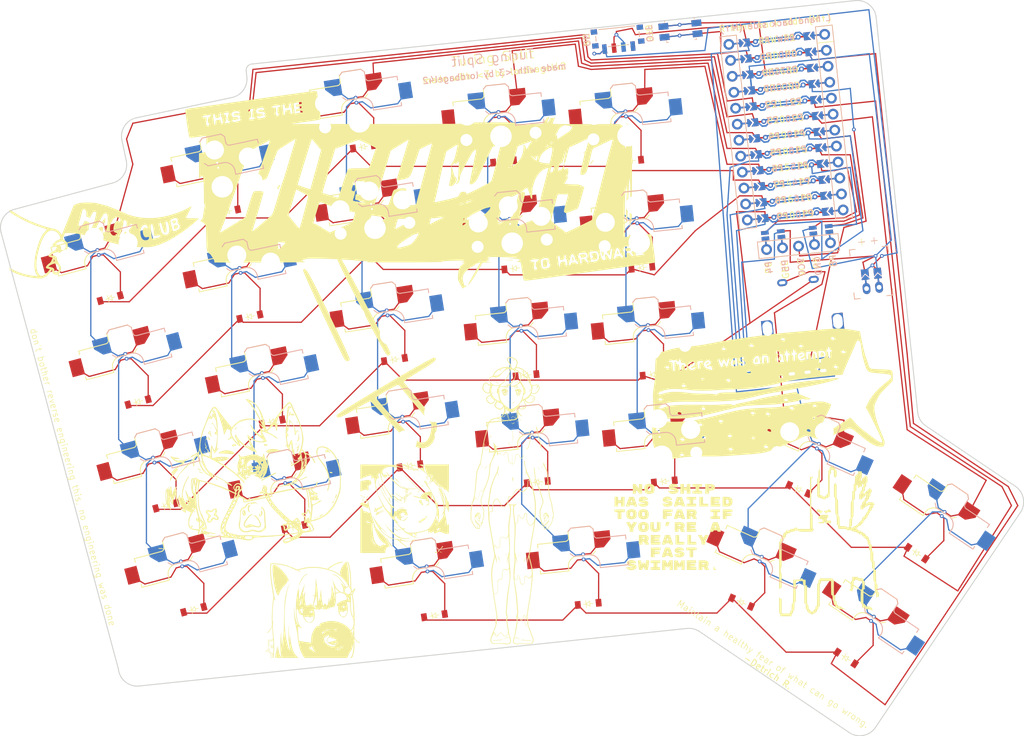
<source format=kicad_pcb>
(kicad_pcb (version 20241229) (generator "pcbnew") (generator_version "9.0")
  (title_block (title "keeb") (date "2025-05-27") (rev "v1.0.0") (company "Unknown"))
  (layers (0 "F.Cu" signal) (2 "B.Cu" signal) (13 "F.Paste" user) (15 "B.Paste" user) (5 "F.SilkS" user "F.Silkscreen") (7 "B.SilkS" user "B.Silkscreen") (1 "F.Mask" user) (3 "B.Mask" user) (25 "Edge.Cuts" user))
  (net 0 "")
  (net 1 "P21")
  (net 2 "pinky_bottom")
  (net 3 "GND")
  (net 4 "pinky_home")
  (net 5 "pinky_top")
  (net 6 "pinky_number")
  (net 7 "P20")
  (net 8 "ring_bottom")
  (net 9 "ring_home")
  (net 10 "ring_top")
  (net 11 "ring_number")
  (net 12 "P19")
  (net 13 "middle_bottom")
  (net 14 "middle_home")
  (net 15 "middle_top")
  (net 16 "middle_number")
  (net 17 "middle_additional")
  (net 18 "P18")
  (net 19 "index_bottom")
  (net 20 "index_home")
  (net 21 "index_top")
  (net 22 "index_number")
  (net 23 "P15")
  (net 24 "inner_bottom")
  (net 25 "inner_home")
  (net 26 "inner_top")
  (net 27 "inner_number")
  (net 28 "space_top")
  (net 29 "P1")
  (net 30 "first_top")
  (net 31 "first_bottom")
  (net 32 "P3")
  (net 33 "second_top")
  (net 34 "second_bottom")
  (net 35 "P2")
  (net 36 "P10")
  (net 37 "P16")
  (net 38 "P14")
  (net 39 "P0")
  (net 40 "RAW")
  (net 41 "RST")
  (net 42 "VCC")
  (net 43 "P4")
  (net 44 "P5")
  (net 45 "P6")
  (net 46 "P7")
  (net 47 "P8")
  (net 48 "P9")
  (net 49 "MCU1_24")
  (net 50 "MCU1_1")
  (net 51 "MCU1_23")
  (net 52 "MCU1_2")
  (net 53 "MCU1_22")
  (net 54 "MCU1_3")
  (net 55 "MCU1_21")
  (net 56 "MCU1_4")
  (net 57 "MCU1_20")
  (net 58 "MCU1_5")
  (net 59 "MCU1_19")
  (net 60 "MCU1_6")
  (net 61 "MCU1_18")
  (net 62 "MCU1_7")
  (net 63 "MCU1_17")
  (net 64 "MCU1_8")
  (net 65 "MCU1_16")
  (net 66 "MCU1_9")
  (net 67 "MCU1_15")
  (net 68 "MCU1_10")
  (net 69 "MCU1_14")
  (net 70 "MCU1_11")
  (net 71 "MCU1_13")
  (net 72 "MCU1_12")
  (net 73 "BAT_P")
  (net 74 "JST1_1")
  (net 75 "JST1_2")
  (net 76 "DISP1_1")
  (net 77 "DISP1_2")
  (net 78 "DISP1_4")
  (net 79 "DISP1_5")
  (footprint "ceoloide:diode_tht_sod123" (layer "F.Cu") (at 133.285786 103.295216 -24)
    (property "Reference" "D24" (hide yes))
    (property "Value" "")
  )
  (footprint "ceoloide:diode_tht_sod123" (layer "F.Cu") (at 73.472187 31.249479 9)
    (property "Reference" "D12" (hide yes))
    (property "Value" "")
  )
  (footprint "ceoloide:rotary_encoder_ec11_ec12" (layer "F.Cu") (at 142.960289 59.438586 6)
    (property "Reference" "RE1" (hide yes))
    (property "Value" "")
  )
  (footprint "ceoloide:diode_tht_sod123" (layer "F.Cu") (at 95.656561 33.561925 6)
    (property "Reference" "D17" (hide yes))
    (property "Value" "")
  )
  (footprint "ceoloide:diode_tht_sod123" (layer "F.Cu") (at 51.980856 41.478392 12)
    (property "Reference" "D8" (hide yes))
    (property "Value" "")
  )
  (footprint "ceoloide:diode_tht_sod123" (layer "F.Cu") (at 99.210528 67.375669 6)
    (property "Reference" "D15" (hide yes))
    (property "Value" "")
  )
  (footprint "ceoloide:diode_tht_sod123" (layer "F.Cu") (at 62.584352 91.36392 12)
    (property "Reference" "D5" (hide yes))
    (property "Value" "")
  )
  (footprint "ceoloide:display_nice_view" (layer "F.Cu") (at 140.566839 30.349927 6)
    (property "Reference" "DISP1" (hide yes))
    (property "Value" "")
  )
  (footprint "ceoloide:diode_tht_sod123" (layer "F.Cu") (at 55.515354 58.106902 12)
    (property "Reference" "D7" (hide yes))
    (property "Value" "")
  )
  (footprint "ceoloide:power_switch_smd_side" (layer "F.Cu") (at 113.691618 13.818592 96)
    (property "Reference" "PWR1" (hide yes))
    (property "Value" "")
  )
  (footprint "avatar:attempt" (layer "F.Cu") (at 138 70)
    (property "Reference" "G***" (hide yes))
    (property "Value" "LOGO" (hide yes))
  )
  (footprint "avatar:smile" (layer "F.Cu") (at 77 64.5)
    (property "Reference" "G***" (hide yes))
    (property "Value" "LOGO" (hide yes))
  )
  (footprint "avatar:dq" (layer "F.Cu") (at 80 88.5)
    (property "Reference" "G***" (hide yes))
    (property "Value" "LOGO" (hide yes))
  )
  (footprint "ceoloide:diode_tht_sod123" (layer "F.Cu") (at 78.395883 64.893456 9)
    (property "Reference" "D10" (hide yes))
    (property "Value" "")
  )
  (footprint "ceoloide:diode_tht_sod123" (layer "F.Cu") (at 142.334064 85.431043 -24)
    (property "Reference" "D23" (hide yes))
    (property "Value" "")
  )
  (footprint "ceoloide:diode_tht_sod123" (layer "F.Cu") (at 119.310023 67.274144 6)
    (property "Reference" "D19" (hide yes))
    (property "Value" "")
  )
  (footprint "ceoloide:reset_switch_smd_side" (layer "F.Cu") (at 123.636837 12.773307 6)
    (property "Reference" "RST1" (hide yes))
    (property "Value" "")
  )
  (footprint "avatar:dog" (layer "F.Cu") (at 146.5 93.5)
    (property "Reference" "G***" (hide yes))
    (property "Value" "LOGO" (hide yes))
  )
  (footprint "ceoloide:diode_tht_sod123" (layer "F.Cu") (at 117.533039 50.367272 6)
    (property "Reference" "D20" (hide yes))
    (property "Value" "")
  )
  (footprint "ceoloide:mcu_nice_nano" (layer "F.Cu") (at 140.200989 26.8691 6)
    (property "Reference" "MCU1" (hide yes))
    (property "Value" "")
  )
  (footprint "ceoloide:diode_tht_sod123" (layer "F.Cu") (at 42.235429 88.022225 15)
    (property "Reference" "D2" (hide yes))
    (property "Value" "")
  )
  (footprint "ceoloide:diode_tht_sod123" (layer "F.Cu") (at 121.087007 84.181016 6)
    (property "Reference" "D18" (hide yes))
    (property "Value" "")
  )
  (footprint "avatar:noship" (layer "F.Cu") (at 122.5 91.5)
    (property "Reference" "G***" (hide yes))
    (property "Value" "LOGO" (hide yes))
  )
  (footprint "ceoloide:diode_tht_sod123" (layer "F.Cu") (at 80.857732 81.715445 9)
    (property "Reference" "D9" (hide yes))
    (property "Value" "")
  )
  (footprint "avatar:highway" (layer "F.Cu") (at 82.5 38)
    (property "Reference" "G***" (hide yes))
    (property "Value" "LOGO" (hide yes))
  )
  (footprint "ceoloide:diode_tht_sod123" (layer "F.Cu") (at 115.756056 33.460399 6)
    (property "Reference" "D21" (hide yes))
    (property "Value" "")
  )
  (footprint "ceoloide:diode_tht_sod123" (layer "F.Cu") (at 97.433545 50.468797 6)
    (property "Reference" "D16" (hide yes))
    (property "Value" "")
  )
  (footprint "ceoloide:diode_tht_sod123" (layer "F.Cu") (at 59.049853 74.735411 12)
    (property "Reference" "D6" (hide yes))
    (property "Value" "")
  )
  (footprint "ceoloide:diode_tht_sod123" (layer "F.Cu") (at 100.987512 84.282542 6)
    (property "Reference" "D14" (hide yes))
    (property "Value" "")
  )
  (footprint "ceoloide:diode_tht_sod123" (layer "F.Cu") (at 33.435581 55.180747 15)
    (property "Reference" "D4" (hide yes))
    (property "Value" "")
  )
  (footprint "avatar:hackclub" (layer "F.Cu") (at 32.5 46)
    (property "Reference" "G***")
    (property "Value" "LOGO" (hide yes))
  )
  (footprint "avatar:Untitled" (layer "F.Cu") (at 29.5 82.5)
    (property "Reference" "don't bother reverse engineering this, no engineering was done")
    (property "Value" "Untitled" (hide yes))
  )
  (footprint "avatar:slimeified" (layer "F.Cu") (at 56 82.5)
    (property "Reference" "G***")
    (property "Value" "LOGO" (hide yes))
  )
  (footprint "ceoloide:diode_tht_sod123" (layer "F.Cu") (at 109.045213 103.545809 6)
    (property "Reference" "D22" (hide yes))
    (property "Value" "")
  )
  (footprint "ceoloide:diode_tht_sod123" (layer "F.Cu") (at 75.934035 48.071468 9)
    (property "Reference" "D11" (hide yes))
    (property "Value" "")
  )
  (footprint "avatar:avatar" (layer "F.Cu") (at 65.5 104.5)
    (property "Reference" "G***")
    (property "Value" "LOGO" (hide yes))
  )
  (footprint "ceoloide:diode_tht_sod123" (layer "F.Cu") (at 84.710928 105.404322 9)
    (property "Reference" "D13" (hide yes))
    (property "Value" "")
  )
  (footprint "ceoloide:diode_tht_sod123" (layer "F.Cu") (at 46.635352 104.442964 15)
    (property "Reference" "D1" (hide yes))
    (property "Value" "")
  )
  (footprint "avatar:nighty" (layer "F.Cu") (at 97 87.5)
    (property "Reference" "G***" (hide yes))
    (property "Value" "LOGO" (hide yes))
  )
  (footprint "avatar:maintainfear" (layer "F.Cu") (at 138 113.5 -33)
    (property "Reference" "Maintain a healthy fear of what can go wrong.")
    (property "Value" "-Detrich R.")
  )
  (footprint "ceoloide:diode_tht_sod123" (layer "F.Cu") (at 149.828049 112.108997 -34)
    (property "Reference" "D26" (hide yes))
    (property "Value" "")
  )
  (footprint "ceoloide:diode_tht_sod123" (layer "F.Cu") (at 37.835505 71.601486 15)
    (property "Reference" "D3" (hide yes))
    (property "Value" "")
  )
  (footprint "ceoloide:diode_tht_sod123" (layer "F.Cu") (at 161.011907 95.528245 -34)
    (property "Reference" "D25" (hide yes))
    (property "Value" "")
  )
  (footprint "ceoloide:switch_choc_v1_v2" (layer "B.Cu") (at 97.015431 46.49071 6)
    (property "Reference" "S16" (hide yes))
    (property "Value" "")
  )
  (footprint "ceoloide:switch_choc_v1_v2" (layer "B.Cu") (at 84.08519 101.453568 9)
    (property "Reference" "S13" (hide yes))
    (property "Value" "")
  )
  (footprint "ceoloide:switch_choc_v1_v2" (layer "B.Cu") (at 32.400305 51.317044 15)
    (property "Reference" "S4" (hide yes))
    (property "Value" "")
  )
  (footprint "ceoloide:switch_choc_v1_v2" (layer "B.Cu") (at 152.064821 108.792847 -34)
    (property "Reference" "S26" (hide yes))
    (property "Value" "")
  )
  (footprint "ceoloide:switch_choc_v1_v2" (layer "B.Cu") (at 41.200152 84.158522 15)
    (property "Reference" "S2" (hide yes))
    (property "Value" "")
  )
  (footprint "ceoloide:switch_choc_v1_v2" (layer "B.Cu") (at 95.238447 29.583837 6)
    (property "Reference" "S17" (hide yes))
    (property "Value" "")
  )
  (footprint "ceoloide:switch_choc_v1_v2" (layer "B.Cu") (at 80.231994 77.764692 9)
    (property "Reference" "S9" (hide yes))
    (property "Value" "")
  )
  (footprint "ceoloide:switch_choc_v1_v2" (layer "B.Cu") (at 58.218206 70.82282 12)
    (property "Reference" "S6" (hide yes))
    (property "Value" "")
  )
  (footprint "ceoloide:battery_connector_jst_ph_2" (layer "B.Cu") (at 154.067527 53.5659 -174)
    (property "Reference" "JST1" (hide yes))
    (property "Value" "")
  )
  (footprint "ceoloide:switch_choc_v1_v2" (layer "B.Cu") (at 120.668893 80.202928 6)
    (property "Reference" "S18" (hide yes))
    (property "Value" "")
  )
  (footprint "ceoloide:switch_choc_v1_v2" (layer "B.Cu") (at 143.961011 81.776861 -24)
    (property "Reference" "S23" (hide yes))
    (property "Value" "")
  )
  (footprint "ceoloide:switch_choc_v1_v2" (layer "B.Cu") (at 98.792415 63.397582 6)
    (property "Reference" "S15" (hide yes))
    (property "Value" "")
  )
  (footprint "ceoloide:switch_choc_v1_v2" (layer "B.Cu") (at 134.912732 99.641034 -24)
    (property "Reference" "S24" (hide yes))
    (property "Value" "")
  )
  (footprint "ceoloide:switch_choc_v1_v2" (layer "B.Cu") (at 108.627099 99.567721 6)
    (property "Reference" "S22" (hide yes))
    (property "Value" "")
  )
  (footprint "ceoloide:switch_choc_v1_v2" (layer "B.Cu") (at 45.600076 100.579261 15)
    (property "Reference" "S1" (hide yes))
    (property "Value" "")
  )
  (footprint "ceoloide:switch_choc_v1_v2" (layer "B.Cu") (at 75.308297 44.120714 9)
    (property "Reference" "S11" (hide yes))
    (property "Value" "")
  )
  (footprint "ceoloide:switch_choc_v1_v2" (layer "B.Cu") (at 54.683708 54.194311 12)
    (property "Reference" "S7" (hide yes))
    (property "Value" "")
  )
  (footprint "ceoloide:switch_choc_v1_v2" (layer "B.Cu") (at 118.89191 63.296056 6)
    (property "Reference" "S19" (hide yes))
    (property "Value" "")
  )
  (footprint "ceoloide:switch_choc_v1_v2" (layer "B.Cu") (at 61.752705 87.45133 12)
    (property "Reference" "S5" (hide yes))
    (property "Value" "")
  )
  (footprint "ceoloide:switch_choc_v1_v2" (layer "B.Cu") (at 115.337942 29.482312 6)
    (property "Reference" "S21" (hide yes))
    (property "Value" "")
  )
  (footprint "ceoloide:switch_choc_v1_v2" (layer "B.Cu") (at 163.248679 92.212095 -34)
    (property "Reference" "S25" (hide yes))
    (property "Value" "")
  )
  (footprint "ceoloide:switch_choc_v1_v2" (layer "B.Cu") (at 51.149209 37.565802 12)
    (property "Reference" "S8" (hide yes))
    (property "Value" "")
  )
  (footprint "ceoloide:switch_choc_v1_v2" (layer "B.Cu") (at 117.114926 46.389184 6)
    (property "Reference" "S20" (hide yes))
    (property "Value" "")
  )
  (footprint "ceoloide:switch_choc_v1_v2" (layer "B.Cu") (at 36.800229 67.737783 15)
    (property "Reference" "S3" (hide yes))
    (property "Value" "")
  )
  (footprint "ceoloide:switch_choc_v1_v2" (layer "B.Cu") (at 77.770146 60.942703 9)
    (property "Reference" "S10" (hide yes))
    (property "Value" "")
  )
  (footprint "ceoloide:switch_choc_v1_v2" (layer "B.Cu") (at 100.569398 80.304454 6)
    (property "Reference" "S14" (hide yes))
    (property "Value" "")
  )
  (footprint "ceoloide:switch_choc_v1_v2" (layer "B.Cu") (at 72.846449 27.298725 9)
    (property "Reference" "S12" (hide yes))
    (property "Value" "")
  )
  (gr_arc (start 35.27207 30.206016) (mid 35.690511 27.948379) (end 37.582777 26.647838) (stroke (width 0.15)) (layer "Edge.Cuts"))
  (gr_line (start 16.159743 44.798289) (end 34.717393 113.871748) (stroke (width 0.15)) (layer "Edge.Cuts"))
  (gr_line (start 55.826424 18.140829) (end 151.300526 8.106097) (stroke (width 0.15)) (layer "Edge.Cuts"))
  (gr_arc (start 176.601046 84.934438) (mid 177.86835 86.849124) (end 177.41058 89.09913) (stroke (width 0.15)) (layer "Edge.Cuts"))
  (gr_arc (start 16.159743 44.798289) (mid 16.459428 42.521816) (end 18.281064 41.124055) (stroke (width 0.15)) (layer "Edge.Cuts"))
  (gr_arc (start 124.655274 107.43542) (mid 125.694631 107.508085) (end 126.646438 107.931873) (stroke (width 0.15)) (layer "Edge.Cuts"))
  (gr_arc (start 35.96025 33.443649) (mid 35.583736 35.634891) (end 33.802264 36.965162) (stroke (width 0.15)) (layer "Edge.Cuts"))
  (gr_arc (start 154.483671 123.08967) (mid 152.568992 124.356948) (end 150.318979 123.899204) (stroke (width 0.15)) (layer "Edge.Cuts"))
  (gr_line (start 35.96025 33.443649) (end 35.27207 30.206016) (stroke (width 0.15)) (layer "Edge.Cuts"))
  (gr_line (start 126.646438 107.931873) (end 150.318979 123.899204) (stroke (width 0.15)) (layer "Edge.Cuts"))
  (gr_line (start 162.467602 75.40131) (end 176.601046 84.934438) (stroke (width 0.15)) (layer "Edge.Cuts"))
  (gr_line (start 18.281064 41.124055) (end 33.802264 36.965162) (stroke (width 0.15)) (layer "Edge.Cuts"))
  (gr_line (start 55.036451 20.191514) (end 54.93643 19.23988) (stroke (width 0.15)) (layer "Edge.Cuts"))
  (gr_arc (start 55.036451 20.191515) (mid 54.479935 22.268453) (end 52.67662 23.439543) (stroke (width 0.15)) (layer "Edge.Cuts"))
  (gr_line (start 37.582777 26.647838) (end 52.67662 23.439543) (stroke (width 0.15)) (layer "Edge.Cuts"))
  (gr_arc (start 151.300526 8.106097) (mid 153.502076 8.758228) (end 154.597677 10.776077) (stroke (width 0.15)) (layer "Edge.Cuts"))
  (gr_arc (start 38.014543 116.541728) (mid 35.812997 115.889599) (end 34.717392 113.871748) (stroke (width 0.15)) (layer "Edge.Cuts"))
  (gr_arc (start 54.93643 19.23988) (mid 55.153824 18.506048) (end 55.826424 18.140829) (stroke (width 0.15)) (layer "Edge.Cuts"))
  (gr_arc (start 162.467602 75.40131) (mid 161.573685 74.459309) (end 161.161615 73.227783) (stroke (width 0.15)) (layer "Edge.Cuts"))
  (gr_line (start 154.483671 123.08967) (end 177.41058 89.099129) (stroke (width 0.15)) (layer "Edge.Cuts"))
  (gr_line (start 154.597677 10.776077) (end 161.161615 73.227783) (stroke (width 0.15)) (layer "Edge.Cuts"))
  (gr_line (start 38.014543 116.541728) (end 124.655274 107.43542) (stroke (width 0.15)) (layer "Edge.Cuts"))
  (gr_text "made with <3 by lordbagel42" (at 94.193162 19.638618 6) (layer "F.SilkS") (effects (font (size 1 1))))
  (gr_text "Turing Split" (at 93.931841 17.152314 6) (layer "F.SilkS") (effects (font (size 1.5 1.5) (thickness 0.15) (bold yes))))
  (gr_text "made with <3 by lordbagel42" (at 94.193162 19.638618 6) (layer "B.SilkS") (effects (font (size 1 1)) (justify mirror)))
  (gr_text "Turing Split" (at 93.931841 17.152314 6) (layer "B.SilkS") (effects (font (size 1.5 1.5) (thickness 0.15) (bold yes)) (justify mirror)))
  (segment (start 45.756263 96.525716) (end 44.597152 96.836298) (width 0.2) (layer "F.Cu") (net 1))
  (segment (start 32.556492 47.263499) (end 31.397381 47.574081) (width 0.2) (layer "F.Cu") (net 1))
  (segment (start 41.35634 80.104977) (end 40.197229 80.415559) (width 0.2) (layer "F.Cu") (net 1))
  (segment (start 37.004624 27.509981) (end 55.5 24) (width 0.2) (layer "F.Cu") (net 1))
  (segment (start 135.186645 24.842138) (end 136.554112 24.698411) (width 0.25) (layer "F.Cu") (net 1))
  (segment (start 108.5 13.5) (end 109 17) (width 0.2) (layer "F.Cu") (net 1))
  (segment (start 34.023739 44.722153) (end 32.556492 47.263499) (width 0.2) (layer "F.Cu") (net 1))
  (segment (start 55.5 24) (end 56 19) (width 0.2) (layer "F.Cu") (net 1))
  (segment (start 56 19) (end 108.5 13.5) (width 0.2) (layer "F.Cu") (net 1))
  (segment (start 129.5 16.5) (end 131 24) (width 0.2) (layer "F.Cu") (net 1))
  (segment (start 34.023739 44.722153) (end 37 34) (width 0.2) (layer "F.Cu") (net 1))
  (segment (start 135 23.5) (end 135.186645 24.842138) (width 0.2) (layer "F.Cu") (net 1))
  (segment (start 109.5 17.5) (end 129.5 16.5) (width 0.2) (layer "F.Cu") (net 1))
  (segment (start 42.823586 77.563631) (end 41.35634 80.104977) (width 0.2) (layer "F.Cu") (net 1))
  (segment (start 36 30) (end 37.004624 27.509981) (width 0.2) (layer "F.Cu") (net 1))
  (segment (start 47.22351 93.98437) (end 45.756263 96.525716) (width 0.2) (layer "F.Cu") (net 1))
  (segment (start 109 17) (end 109.5 17.5) (width 0.2) (layer "F.Cu") (net 1))
  (segment (start 38.423662 61.142892) (end 36.956416 63.684238) (width 0.2) (layer "F.Cu") (net 1))
  (segment (start 131 24) (end 135 23.5) (width 0.2) (layer "F.Cu") (net 1))
  (segment (start 36.956416 63.684238) (end 35.797305 63.99482) (width 0.2) (layer "F.Cu") (net 1))
  (segment (start 37 34) (end 36 30) (width 0.2) (layer "F.Cu") (net 1))
  (via (at 40.197229 80.415559) (size 0.6) (drill 0.3) (layers "F.Cu" "B.Cu") (net 1))
  (via (at 44.597152 96.836298) (size 0.6) (drill 0.3) (layers "F.Cu" "B.Cu") (net 1))
  (via (at 31.397381 47.574081) (size 0.6) (drill 0.3) (layers "F.Cu" "B.Cu") (net 1))
  (via (at 35.797305 63.99482) (size 0.6) (drill 0.3) (layers "F.Cu" "B.Cu") (net 1))
  (segment (start 27.696924 46.417418) (end 30.23827 47.884664) (width 0.2) (layer "B.Cu") (net 1))
  (segment (start 39.149152 81.463636) (end 40.197229 80.415559) (width 0.2) (layer "B.Cu") (net 1))
  (segment (start 34.638194 64.305403) (end 35.797305 63.99482) (width 0.2) (layer "B.Cu") (net 1))
  (segment (start 32.096849 62.838157) (end 30.349305 61.090613) (width 0.2) (layer "B.Cu") (net 1))
  (segment (start 40.896696 95.679635) (end 43.438041 97.146881) (width 0.2) (layer "B.Cu") (net 1))
  (segment (start 36.496772 79.258896) (end 34.749229 77.511353) (width 0.2) (layer "B.Cu") (net 1))
  (segment (start 142.942418 23.29798) (end 142.492971 23.853) (width 0.25) (layer "B.Cu") (net 1))
  (segment (start 143.539738 23.235199) (end 142.942418 23.29798) (width 0.25) (layer "B.Cu") (net 1))
  (segment (start 144.684329 23.843891) (end 144.33655 23.880444) (width 0.25) (layer "B.Cu") (net 1))
  (segment (start 30.349305 61.090613) (end 30.349305 48.622157) (width 0.2) (layer "B.Cu") (net 1))
  (segment (start 32.096848 62.838157) (end 34.638194 64.305403) (width 0.2) (layer "B.Cu") (net 1))
  (segment (start 142.492971 23.853) (end 136.749911 24.45662) (width 0.25) (layer "B.Cu") (net 1))
  (segment (start 144.33655 23.880444) (end 143.539738 23.235199) (width 0.25) (layer "B.Cu") (net 1))
  (segment (start 36.496772 79.258896) (end 39.038118 80.726142) (width 0.2) (layer "B.Cu") (net 1))
  (segment (start 30.23827 47.884664) (end 31.397381 47.574081) (width 0.2) (layer "B.Cu") (net 1))
  (segment (start 43.438041 97.146881) (end 44.597152 96.836298) (width 0.2) (layer "B.Cu") (net 1))
  (segment (start 34.749229 65.042896) (end 35.797305 63.99482) (width 0.2) (layer "B.Cu") (net 1))
  (segment (start 30.349305 48.622157) (end 31.397381 47.574081) (width 0.2) (layer "B.Cu") (net 1))
  (segment (start 34.749229 77.511353) (end 34.749229 65.042896) (width 0.2) (layer "B.Cu") (net 1))
  (segment (start 39.149152 93.932091) (end 39.149152 81.463636) (width 0.2) (layer "B.Cu") (net 1))
  (segment (start 40.896696 95.679635) (end 39.149152 93.932091) (width 0.2) (layer "B.Cu") (net 1))
  (segment (start 39.038118 80.726142) (end 40.197229 80.415559) (width 0.2) (layer "B.Cu") (net 1))
  (segment (start 48.22913 100.307763) (end 45.530406 97.609039) (width 0.2) (layer "F.Cu") (net 2))
  (segment (start 36.636469 99.098767) (end 38.907146 100.409743) (width 0.2) (layer "F.Cu") (net 2))
  (segment (start 48.22913 104.015913) (end 48.22913 100.307763) (width 0.2) (layer "F.Cu") (net 2))
  (segment (start 43.86243 97.861388) (end 44.804208 97.609039) (width 0.2) (layer "F.Cu") (net 2))
  (segment (start 43.028751 99.305362) (end 43.86243 97.861388) (width 0.2) (layer "F.Cu") (net 2))
  (segment (start 45.530406 97.609039) (end 44.804208 97.609039) (width 0.2) (layer "F.Cu") (net 2))
  (segment (start 38.907146 100.409743) (end 43.028751 99.305362) (width 0.2) (layer "F.Cu") (net 2))
  (via (at 44.804208 97.609039) (size 0.6) (drill 0.3) (layers "F.Cu" "B.Cu") (net 2))
  (segment (start 47.176597 98.19395) (end 45.732623 97.360271) (width 0.2) (layer "B.Cu") (net 2))
  (segment (start 45.732623 97.360271) (end 44.804208 97.609039) (width 0.2) (layer "B.Cu") (net 2))
  (segment (start 52.622541 94.815312) (end 51.311565 97.085989) (width 0.2) (layer "B.Cu") (net 2))
  (segment (start 51.311565 97.085989) (end 47.176597 98.19395) (width 0.2) (layer "B.Cu") (net 2))
  (segment (start 154.5 48.5) (end 152.5 49.5) (width 0.2) (layer "F.Cu") (net 3))
  (segment (start 139.509378 44.588462) (end 141 44.5) (width 0.2) (layer "F.Cu") (net 3))
  (segment (start 126.336306 13.344263) (end 130 13) (width 0.2) (layer "F.Cu") (net 3))
  (segment (start 144.153324 18.79172) (end 142.785857 18.935447) (width 0.25) (layer "F.Cu") (net 3))
  (segment (start 144.418827 21.317806) (end 143.051359 21.461532) (width 0.25) (layer "F.Cu") (net 3))
  (segment (start 134.390138 17.263881) (end 135.757605 17.120154) (width 0.25) (layer "F.Cu") (net 3))
  (segment (start 130 13) (end 130 16.5) (width 0.2) (layer "F.Cu") (net 3))
  (segment (start 143.744252 66.8975) (end 147.5 49.018519) (width 0.2) (layer "F.Cu") (net 3))
  (segment (start 126.336306 13.344263) (end 123.5 13.642371) (width 0.2) (layer "F.Cu") (net 3))
  (segment (start 152.5 49.5) (end 152.778653 50.869855) (width 0.2) (layer "F.Cu") (net 3))
  (segment (start 141 49.5) (end 147.5 49.018519) (width 0.2) (layer "F.Cu") (net 3))
  (segment (start 134 16) (end 134.390138 17.263881) (width 0.2) (layer "F.Cu") (net 3))
  (segment (start 141 44.5) (end 141 49.5) (width 0.2) (layer "F.Cu") (net 3))
  (segment (start 123.5 13.642371) (end 121.115066 13.893038) (width 0.2) (layer "F.Cu") (net 3))
  (segment (start 130 16.5) (end 134 16) (width 0.2) (layer "F.Cu") (net 3))
  (segment (start 147.5 49.018519) (end 154.5 48.5) (width 0.2) (layer "F.Cu") (net 3))
  (via (at 154.5 48.5) (size 0.6) (drill 0.3) (layers "F.Cu" "B.Cu") (net 3))
  (via (at 123.5 13.642371) (size 0.6) (drill 0.3) (layers "F.Cu" "B.Cu") (net 3))
  (segment (start 143 44.5) (end 144.5 50.5) (width 0.2) (layer "B.Cu") (net 3))
  (segment (start 144.5 17.5) (end 134.5 18.5) (width 0.2) (layer "B.Cu") (net 3))
  (segment (start 144.5 17.5) (end 143.887822 16.265634) (width 0.2) (layer "B.Cu") (net 3))
  (segment (start 143.887822 16.265634) (end 143.540043 16.302187) (width 0.25) (layer "B.Cu") (net 3))
  (segment (start 136.397551 20.335878) (end 136.838097 19.791848) (width 0.25) (layer "B.Cu") (net 3))
  (segment (start 154.767697 50.660798) (end 154.5 48.5) (width 0.2) (layer "B.Cu") (net 3))
  (segment (start 136.663053 22.861964) (end 137.1036 22.317934) (width 0.25) (layer "B.Cu") (net 3))
  (segment (start 142.145911 15.719723) (end 141.696465 16.274743) (width 0.25) (layer "B.Cu") (net 3))
  (segment (start 137.1036 22.317934) (end 142.84666 21.714314) (width 0.25) (layer "B.Cu") (net 3))
  (segment (start 154.5 48.5) (end 157 46) (width 0.2) (layer "B.Cu") (net 3))
  (segment (start 123.5 13.642371) (end 126.336306 13.344263) (width 0.2) (layer "B.Cu") (net 3))
  (segment (start 135.800231 20.398659) (end 136.397551 20.335878) (width 0.25) (layer "B.Cu") (net 3))
  (segment (start 136.838097 19.791848) (end 142.581158 19.188228) (width 0.25) (layer "B.Cu") (net 3))
  (segment (start 144.56155 44.057457) (end 143 44.5) (width 0.2) (layer "B.Cu") (net 3))
  (segment (start 134.65564 19.789967) (end 135.003419 19.753414) (width 0.25) (layer "B.Cu") (net 3))
  (segment (start 134.921142 22.316052) (end 134.65564 19.789967) (width 0.25) (layer "B.Cu") (net 3))
  (segment (start 135.268922 22.279499) (end 136.065733 22.924744) (width 0.25) (layer "B.Cu") (net 3))
  (segment (start 143.540043 16.302187) (end 142.743231 15.656942) (width 0.25) (layer "B.Cu") (net 3))
  (segment (start 141.696465 16.274743) (end 135.953404 16.878363) (width 0.25) (layer "B.Cu") (net 3))
  (segment (start 135.003419 19.753414) (end 135.800231 20.398659) (width 0.25) (layer "B.Cu") (net 3))
  (segment (start 154.5 48.5) (end 144.5 50.5) (width 0.2) (layer "B.Cu") (net 3))
  (segment (start 142.743231 15.656942) (end 142.145911 15.719723) (width 0.25) (layer "B.Cu") (net 3))
  (segment (start 134.5 18.5) (end 134.65564 19.789967) (width 0.2) (layer "B.Cu") (net 3))
  (segment (start 136.065733 22.924744) (end 136.663053 22.861964) (width 0.25) (layer "B.Cu") (net 3))
  (segment (start 134.921142 22.316052) (end 135.268922 22.279499) (width 0.25) (layer "B.Cu") (net 3))
  (segment (start 153.5 16.5) (end 144.5 17.5) (width 0.2) (layer "B.Cu") (net 3))
  (segment (start 157 46) (end 153.5 16.5) (width 0.2) (layer "B.Cu") (net 3))
  (segment (start 121.115066 13.893038) (end 123.5 13.642371) (width 0.2) (layer "B.Cu") (net 3))
  (segment (start 32.236545 82.678028) (end 34.507222 83.989004) (width 0.2) (layer "F.Cu") (net 4))
  (segment (start 41.130482 81.1883) (end 40.404284 81.1883) (width 0.2) (layer "F.Cu") (net 4))
  (segment (start 43.829207 87.595174) (end 43.829207 83.887025) (width 0.2) (layer "F.Cu") (net 4))
  (segment (start 39.462506 81.440649) (end 40.404284 81.1883) (width 0.2) (layer "F.Cu") (net 4))
  (segment (start 43.829207 83.887025) (end 41.130482 81.1883) (width 0.2) (layer "F.Cu") (net 4))
  (segment (start 38.628827 82.884623) (end 39.462506 81.440649) (width 0.2) (layer "F.Cu") (net 4))
  (segment (start 34.507222 83.989004) (end 38.628827 82.884623) (width 0.2) (layer "F.Cu") (net 4))
  (via (at 40.404284 81.1883) (size 0.6) (drill 0.3) (layers "F.Cu" "B.Cu") (net 4))
  (segment (start 48.222617 78.394573) (end 46.911641 80.66525) (width 0.2) (layer "B.Cu") (net 4))
  (segment (start 41.332699 80.939532) (end 40.404284 81.1883) (width 0.2) (layer "B.Cu") (net 4))
  (segment (start 42.776673 81.773211) (end 41.332699 80.939532) (width 0.2) (layer "B.Cu") (net 4))
  (segment (start 46.911641 80.66525) (end 42.776673 81.773211) (width 0.2) (layer "B.Cu") (net 4))
  (segment (start 27.836621 66.257289) (end 30.107298 67.568265) (width 0.2) (layer "F.Cu") (net 5))
  (segment (start 30.107298 67.568265) (end 34.228904 66.463884) (width 0.2) (layer "F.Cu") (net 5))
  (segment (start 36.730559 64.767561) (end 36.00436 64.767561) (width 0.2) (layer "F.Cu") (net 5))
  (segment (start 34.228904 66.463884) (end 35.062582 65.01991) (width 0.2) (layer "F.Cu") (net 5))
  (segment (start 39.429283 71.174435) (end 39.429283 67.466285) (width 0.2) (layer "F.Cu") (net 5))
  (segment (start 39.429283 67.466285) (end 36.730559 64.767561) (width 0.2) (layer "F.Cu") (net 5))
  (segment (start 35.062582 65.01991) (end 36.00436 64.767561) (width 0.2) (layer "F.Cu") (net 5))
  (via (at 36.00436 64.767561) (size 0.6) (drill 0.3) (layers "F.Cu" "B.Cu") (net 5))
  (segment (start 43.822693 61.973834) (end 42.511717 64.244511) (width 0.2) (layer "B.Cu") (net 5))
  (segment (start 42.511717 64.244511) (end 38.376749 65.352472) (width 0.2) (layer "B.Cu") (net 5))
  (segment (start 36.932775 64.518793) (end 36.00436 64.767561) (width 0.2) (layer "B.Cu") (net 5))
  (segment (start 38.376749 65.352472) (end 36.932775 64.518793) (width 0.2) (layer "B.Cu") (net 5))
  (segment (start 23.436697 49.83655) (end 25.707374 51.147526) (width 0.2) (layer "F.Cu") (net 6))
  (segment (start 32.330635 48.346822) (end 35.029359 51.045546) (width 0.2) (layer "F.Cu") (net 6))
  (segment (start 35.029359 51.045546) (end 35.029359 54.753696) (width 0.2) (layer "F.Cu") (net 6))
  (segment (start 29.82898 50.043145) (end 30.662659 48.599171) (width 0.2) (layer "F.Cu") (net 6))
  (segment (start 31.604436 48.346822) (end 32.330635 48.346822) (width 0.2) (layer "F.Cu") (net 6))
  (segment (start 25.707374 51.147526) (end 29.82898 50.043145) (width 0.2) (layer "F.Cu") (net 6))
  (segment (start 30.662659 48.599171) (end 31.604436 48.346822) (width 0.2) (layer "F.Cu") (net 6))
  (via (at 31.604436 48.346822) (size 0.6) (drill 0.3) (layers "F.Cu" "B.Cu") (net 6))
  (segment (start 33.976826 48.931733) (end 32.532851 48.098054) (width 0.2) (layer "B.Cu") (net 6))
  (segment (start 32.532851 48.098054) (end 31.604436 48.346822) (width 0.2) (layer "B.Cu") (net 6))
  (segment (start 39.42277 45.553095) (end 38.111794 47.823772) (width 0.2) (layer "B.Cu") (net 6))
  (segment (start 38.111794 47.823772) (end 33.976826 48.931733) (width 0.2) (layer "B.Cu") (net 6))
  (segment (start 60.184565 64.321931) (end 58.586326 66.783004) (width 0.2) (layer "F.Cu") (net 7))
  (segment (start 53.115568 31.064913) (end 51.517328 33.525986) (width 0.2) (layer "F.Cu") (net 7))
  (segment (start 129 17) (end 131 26.5) (width 0.2) (layer "F.Cu") (net 7))
  (segment (start 56 24) (end 56.5 19.5) (width 0.2) (layer "F.Cu") (net 7))
  (segment (start 51.517328 33.525986) (end 50.343551 33.77548) (width 0.2) (layer "F.Cu") (net 7))
  (segment (start 62.120824 83.411514) (end 60.947047 83.661008) (width 0.2) (layer "F.Cu") (net 7))
  (segment (start 109.5 18) (end 129 17) (width 0.2) (layer "F.Cu") (net 7))
  (segment (start 131 26.5) (end 135 26) (width 0.2) (layer "F.Cu") (net 7))
  (segment (start 56.5 19.5) (end 108 14) (width 0.2) (layer "F.Cu") (net 7))
  (segment (start 63.719064 80.950441) (end 62.120824 83.411514) (width 0.2) (layer "F.Cu") (net 7))
  (segment (start 56.650066 47.693422) (end 55.051827 50.154495) (width 0.2) (layer "F.Cu") (net 7))
  (segment (start 108 14) (end 108.5 17.5) (width 0.2) (layer "F.Cu") (net 7))
  (segment (start 135.452147 27.368224) (end 136.819615 27.224497) (width 0.25) (layer "F.Cu") (net 7))
  (segment (start 58.586326 66.783004) (end 57.412549 67.032498) (width 0.2) (layer "F.Cu") (net 7))
  (segment (start 135 26) (end 135.452147 27.368223) (width 0.2) (layer "F.Cu") (net 7))
  (segment (start 108.5 17.5) (end 109.5 18) (width 0.2) (layer "F.Cu") (net 7))
  (segment (start 55.051827 50.154495) (end 53.87805 50.403989) (width 0.2) (layer "F.Cu") (net 7))
  (segment (start 53.115568 31.064913) (end 56 24) (width 0.2) (layer "F.Cu") (net 7))
  (via (at 50.343551 33.77548) (size 0.6) (drill 0.3) (layers "F.Cu" "B.Cu") (net 7))
  (via (at 60.947047 83.661008) (size 0.6) (drill 0.3) (layers "F.Cu" "B.Cu") (net 7))
  (via (at 53.87805 50.403989) (size 0.6) (drill 0.3) (layers "F.Cu" "B.Cu") (net 7))
  (via (at 57.412549 67.032498) (size 0.6) (drill 0.3) (layers "F.Cu" "B.Cu") (net 7))
  (segment (start 46.708701 32.426735) (end 49.169774 34.024974) (width 0.2) (layer "B.Cu") (net 7))
  (segment (start 52.632708 51.649331) (end 53.87805 50.403989) (width 0.2) (layer "B.Cu") (net 7))
  (segment (start 144.602052 26.40653) (end 143.80524 25.761285) (width 0.25) (layer "B.Cu") (net 7))
  (segment (start 52.632708 64.538763) (end 52.632708 51.649331) (width 0.2) (layer "B.Cu") (net 7))
  (segment (start 50.2432 49.055244) (end 52.704273 50.653483) (width 0.2) (layer "B.Cu") (net 7))
  (segment (start 53.777698 65.683753) (end 56.238771 67.281993) (width 0.2) (layer "B.Cu") (net 7))
  (segment (start 144.949831 26.369977) (end 144.602052 26.40653) (width 0.25) (layer "B.Cu") (net 7))
  (segment (start 142.758474 26.379086) (end 137.015413 26.982706) (width 0.25) (layer "B.Cu") (net 7))
  (segment (start 53.777698 65.683753) (end 52.632708 64.538763) (width 0.2) (layer "B.Cu") (net 7))
  (segment (start 56.238771 67.281993) (end 57.412549 67.032498) (width 0.2) (layer "B.Cu") (net 7))
  (segment (start 49.169774 34.024974) (end 50.343551 33.77548) (width 0.2) (layer "B.Cu") (net 7))
  (segment (start 49.098209 47.910253) (end 49.098209 35.020822) (width 0.2) (layer "B.Cu") (net 7))
  (segment (start 57.312197 82.312262) (end 59.77327 83.910502) (width 0.2) (layer "B.Cu") (net 7))
  (segment (start 143.80524 25.761285) (end 143.207921 25.824065) (width 0.25) (layer "B.Cu") (net 7))
  (segment (start 49.098209 35.020822) (end 50.343551 33.77548) (width 0.2) (layer "B.Cu") (net 7))
  (segment (start 143.207921 25.824065) (end 142.758474 26.379086) (width 0.25) (layer "B.Cu") (net 7))
  (segment (start 50.2432 49.055244) (end 49.098209 47.910253) (width 0.2) (layer "B.Cu") (net 7))
  (segment (start 59.77327 83.910502) (end 60.947047 83.661008) (width 0.2) (layer "B.Cu") (net 7))
  (segment (start 57.312197 82.312263) (end 56.167206 81.167272) (width 0.2) (layer "B.Cu") (net 7))
  (segment (start 56.167206 81.167272) (end 56.167206 68.277841) (width 0.2) (layer "B.Cu") (net 7))
  (segment (start 56.167206 68.277841) (end 57.412549 67.032498) (width 0.2) (layer "B.Cu") (net 7))
  (segment (start 52.704273 50.653483) (end 53.87805 50.403989) (width 0.2) (layer "B.Cu") (net 7))
  (segment (start 59.251575 86.044604) (end 60.159683 84.64624) (width 0.2) (layer "F.Cu") (net 8))
  (segment (start 60.159683 84.64624) (end 61.113377 84.443526) (width 0.2) (layer "F.Cu") (net 8))
  (segment (start 55.077819 86.931763) (end 59.251575 86.044604) (width 0.2) (layer "F.Cu") (net 8))
  (segment (start 64.198296 91.020866) (end 64.198296 86.996369) (width 0.2) (layer "F.Cu") (net 8))
  (segment (start 61.645453 84.443526) (end 61.113377 84.443526) (width 0.2) (layer "F.Cu") (net 8))
  (segment (start 64.198296 86.996369) (end 61.645453 84.443526) (width 0.2) (layer "F.Cu") (net 8))
  (segment (start 52.878865 85.503745) (end 55.077819 86.931763) (width 0.2) (layer "F.Cu") (net 8))
  (via (at 61.113377 84.443526) (size 0.6) (drill 0.3) (layers "F.Cu" "B.Cu") (net 8))
  (segment (start 62.053539 84.243688) (end 61.113377 84.443526) (width 0.2) (layer "B.Cu") (net 8))
  (segment (start 67.63919 84.261761) (end 63.451903 85.151796) (width 0.2) (layer "B.Cu") (net 8))
  (segment (start 69.067208 82.062807) (end 67.63919 84.261761) (width 0.2) (layer "B.Cu") (net 8))
  (segment (start 63.451903 85.151796) (end 62.053539 84.243688) (width 0.2) (layer "B.Cu") (net 8))
  (segment (start 60.663797 74.392357) (end 60.663797 70.367859) (width 0.2) (layer "F.Cu") (net 9))
  (segment (start 51.54332 70.303254) (end 55.717076 69.416094) (width 0.2) (layer "F.Cu") (net 9))
  (segment (start 55.717076 69.416094) (end 56.625184 68.01773) (width 0.2) (layer "F.Cu") (net 9))
  (segment (start 58.110955 67.815017) (end 57.578878 67.815017) (width 0.2) (layer "F.Cu") (net 9))
  (segment (start 49.344366 68.875236) (end 51.54332 70.303254) (width 0.2) (layer "F.Cu") (net 9))
  (segment (start 56.625184 68.01773) (end 57.578878 67.815017) (width 0.2) (layer "F.Cu") (net 9))
  (segment (start 60.663797 70.367859) (end 58.110955 67.815017) (width 0.2) (layer "F.Cu") (net 9))
  (via (at 57.578878 67.815017) (size 0.6) (drill 0.3) (layers "F.Cu" "B.Cu") (net 9))
  (segment (start 65.532709 65.434298) (end 64.104692 67.633252) (width 0.2) (layer "B.Cu") (net 9))
  (segment (start 64.104692 67.633252) (end 59.917404 68.523287) (width 0.2) (layer "B.Cu") (net 9))
  (segment (start 58.51904 67.615179) (end 57.578878 67.815017) (width 0.2) (layer "B.Cu") (net 9))
  (segment (start 59.917404 68.523287) (end 58.51904 67.615179) (width 0.2) (layer "B.Cu") (net 9))
  (segment (start 53.090685 51.389221) (end 54.044379 51.186507) (width 0.2) (layer "F.Cu") (net 10))
  (segment (start 57.129298 53.629298) (end 54.686507 51.186507) (width 0.2) (layer "F.Cu") (net 10))
  (segment (start 54.686507 51.186507) (end 54.044379 51.186507) (width 0.2) (layer "F.Cu") (net 10))
  (segment (start 48.008821 53.674744) (end 52.182577 52.787585) (width 0.2) (layer "F.Cu") (net 10))
  (segment (start 52.182577 52.787585) (end 53.090685 51.389221) (width 0.2) (layer "F.Cu") (net 10))
  (segment (start 45.809867 52.246727) (end 48.008821 53.674744) (width 0.2) (layer "F.Cu") (net 10))
  (segment (start 57.129298 57.763848) (end 57.129298 53.629298) (width 0.2) (layer "F.Cu") (net 10))
  (via (at 54.044379 51.186507) (size 0.6) (drill 0.3) (layers "F.Cu" "B.Cu") (net 10))
  (segment (start 60.570193 51.004742) (end 56.382905 51.894778) (width 0.2) (layer "B.Cu") (net 10))
  (segment (start 56.382905 51.894778) (end 54.984541 50.98667) (width 0.2) (layer "B.Cu") (net 10))
  (segment (start 54.984541 50.98667) (end 54.044379 51.186507) (width 0.2) (layer "B.Cu") (net 10))
  (segment (start 61.99821 48.805789) (end 60.570193 51.004742) (width 0.2) (layer "B.Cu") (net 10))
  (segment (start 44.474323 37.046235) (end 48.648078 36.159076) (width 0.2) (layer "F.Cu") (net 11))
  (segment (start 49.556186 34.760712) (end 50.509881 34.557998) (width 0.2) (layer "F.Cu") (net 11))
  (segment (start 53.5948 41.135338) (end 53.5948 37.110841) (width 0.2) (layer "F.Cu") (net 11))
  (segment (start 48.648078 36.159076) (end 49.556186 34.760712) (width 0.2) (layer "F.Cu") (net 11))
  (segment (start 51.041957 34.557998) (end 50.509881 34.557998) (width 0.2) (layer "F.Cu") (net 11))
  (segment (start 53.5948 37.110841) (end 51.041957 34.557998) (width 0.2) (layer "F.Cu") (net 11))
  (segment (start 42.275369 35.618218) (end 44.474323 37.046235) (width 0.2) (layer "F.Cu") (net 11))
  (via (at 50.509881 34.557998) (size 0.6) (drill 0.3) (layers "F.Cu" "B.Cu") (net 11))
  (segment (start 58.463711 32.177279) (end 57.035694 34.376233) (width 0.2) (layer "B.Cu") (net 11))
  (segment (start 57.035694 34.376233) (end 52.848407 35.266269) (width 0.2) (layer "B.Cu") (net 11))
  (segment (start 51.450043 34.358161) (end 50.509881 34.557998) (width 0.2) (layer "B.Cu") (net 11))
  (segment (start 52.848407 35.266269) (end 51.450043 34.358161) (width 0.2) (layer "B.Cu") (net 11))
  (segment (start 80.811036 73.749678) (end 79.62581 73.937399) (width 0.2) (layer "F.Cu") (net 12))
  (segment (start 128.5 17.5) (end 131 29) (width 0.2) (layer "F.Cu") (net 12))
  (segment (start 107.5 14.5) (end 108 18) (width 0.2) (layer "F.Cu") (net 12))
  (segment (start 80.07404 54.553634) (end 78.349188 56.927689) (width 0.2) (layer "F.Cu") (net 12))
  (segment (start 82.535888 71.375623) (end 80.811036 73.749678) (width 0.2) (layer "F.Cu") (net 12))
  (segment (start 75 18) (end 107.5 14.5) (width 0.2) (layer "F.Cu") (net 12))
  (segment (start 84.664232 97.438555) (end 83.479006 97.626276) (width 0.2) (layer "F.Cu") (net 12))
  (segment (start 86.389084 95.0645) (end 84.664232 97.438555) (width 0.2) (layer "F.Cu") (net 12))
  (segment (start 77.612192 37.731646) (end 75.88734 40.1057) (width 0.2) (layer "F.Cu") (net 12))
  (segment (start 75.150343 20.909657) (end 75 18) (width 0.2) (layer "F.Cu") (net 12))
  (segment (start 109.5 18.5) (end 128.5 17.5) (width 0.2) (layer "F.Cu") (net 12))
  (segment (start 135.717649 29.894309) (end 137.085117 29.750583) (width 0.25) (layer "F.Cu") (net 12))
  (segment (start 135 29) (end 135.717649 29.894309) (width 0.2) (layer "F.Cu") (net 12))
  (segment (start 73.425492 23.283712) (end 72.240265 23.471433) (width 0.2) (layer "F.Cu") (net 12))
  (segment (start 131 29) (end 135 29) (width 0.2) (layer "F.Cu") (net 12))
  (segment (start 75.88734 40.1057) (end 74.702114 40.293422) (width 0.2) (layer "F.Cu") (net 12))
  (segment (start 75.150343 20.909657) (end 73.425492 23.283712) (width 0.2) (layer "F.Cu") (net 12))
  (segment (start 108 18) (end 109.5 18.5) (width 0.2) (layer "F.Cu") (net 12))
  (segment (start 78.349188 56.927689) (end 77.163962 57.11541) (width 0.2) (layer "F.Cu") (net 12))
  (via (at 79.62581 73.937399) (size 0.6) (drill 0.3) (layers "F.Cu" "B.Cu") (net 12))
  (via (at 77.163962 57.11541) (size 0.6) (drill 0.3) (layers "F.Cu" "B.Cu") (net 12))
  (via (at 72.240265 23.471433) (size 0.6) (drill 0.3) (layers "F.Cu" "B.Cu") (net 12))
  (via (at 83.479006 97.626276) (size 0.6) (drill 0.3) (layers "F.Cu" "B.Cu") (net 12))
  (via (at 74.702114 40.293422) (size 0.6) (drill 0.3) (layers "F.Cu" "B.Cu") (net 12))
  (segment (start 73.604682 55.57828) (end 73.257297 55.230895) (width 0.2) (layer "B.Cu") (net 12))
  (segment (start 71.142833 38.756291) (end 70.795449 38.408907) (width 0.2) (layer "B.Cu") (net 12))
  (segment (start 70.795449 38.408907) (end 70.795449 24.916249) (width 0.2) (layer "B.Cu") (net 12))
  (segment (start 73.257297 41.738239) (end 74.702114 40.293422) (width 0.2) (layer "B.Cu") (net 12))
  (segment (start 78.440584 74.125121) (end 79.62581 73.937399) (width 0.2) (layer "B.Cu") (net 12))
  (segment (start 73.516888 40.481143) (end 74.702114 40.293422) (width 0.2) (layer "B.Cu") (net 12))
  (segment (start 79.919725 96.089145) (end 82.29378 97.813997) (width 0.2) (layer "B.Cu") (net 12))
  (segment (start 71.142833 38.756291) (end 73.516888 40.481143) (width 0.2) (layer "B.Cu") (net 12))
  (segment (start 76.06653 72.400269) (end 75.719146 72.052885) (width 0.2) (layer "B.Cu") (net 12))
  (segment (start 68.680985 21.934303) (end 71.055039 23.659154) (width 0.2) (layer "B.Cu") (net 12))
  (segment (start 143.023976 28.905171) (end 137.280916 29.508791) (width 0.25) (layer "B.Cu") (net 12))
  (segment (start 75.719146 58.560226) (end 77.163962 57.11541) (width 0.2) (layer "B.Cu") (net 12))
  (segment (start 73.604681 55.57828) (end 75.978736 57.303132) (width 0.2) (layer "B.Cu") (net 12))
  (segment (start 70.795449 24.916249) (end 72.240265 23.471433) (width 0.2) (layer "B.Cu") (net 12))
  (segment (start 71.055039 23.659154) (end 72.240265 23.471433) (width 0.2) (layer "B.Cu") (net 12))
  (segment (start 73.257297 55.230895) (end 73.257297 41.738239) (width 0.2) (layer "B.Cu") (net 12))
  (segment (start 144.867554 28.932615) (end 144.070743 28.28737) (width 0.25) (layer "B.Cu") (net 12))
  (segment (start 78.180994 75.382215) (end 79.62581 73.937399) (width 0.2) (layer "B.Cu") (net 12))
  (segment (start 78.180994 94.350413) (end 78.180994 75.382215) (width 0.2) (layer "B.Cu") (net 12))
  (segment (start 76.066529 72.400269) (end 78.440584 74.125121) (width 0.2) (layer "B.Cu") (net 12))
  (segment (start 75.719146 72.052885) (end 75.719146 58.560226) (width 0.2) (layer "B.Cu") (net 12))
  (segment (start 145.215333 28.896062) (end 144.867554 28.932615) (width 0.25) (layer "B.Cu") (net 12))
  (segment (start 144.070743 28.28737) (end 143.473423 28.350151) (width 0.25) (layer "B.Cu") (net 12))
  (segment (start 75.978736 57.303132) (end 77.163962 57.11541) (width 0.2) (layer "B.Cu") (net 12))
  (segment (start 79.919726 96.089145) (end 78.180994 94.350413) (width 0.2) (layer "B.Cu") (net 12))
  (segment (start 82.29378 97.813997) (end 83.479006 97.626276) (width 0.2) (layer "B.Cu") (net 12))
  (segment (start 143.473423 28.350151) (end 143.023976 28.905171) (width 0.25) (layer "B.Cu") (net 12))
  (segment (start 78.787962 74.880074) (end 79.750958 74.72755) (width 0.2) (layer "F.Cu") (net 13))
  (segment (start 73.593447 76.8965) (end 77.807913 76.228994) (width 0.2) (layer "F.Cu") (net 13))
  (segment (start 77.807913 76.228994) (end 78.787962 74.880074) (width 0.2) (layer "F.Cu") (net 13))
  (segment (start 80.095404 74.72755) (end 79.750958 74.72755) (width 0.2) (layer "F.Cu") (net 13))
  (segment (start 82.487418 77.119564) (end 80.095404 74.72755) (width 0.2) (layer "F.Cu") (net 13))
  (segment (start 82.487418 81.457328) (end 82.487418 77.119564) (width 0.2) (layer "F.Cu") (net 13))
  (segment (start 71.472243 75.355355) (end 73.593447 76.8965) (width 0.2) (layer "F.Cu") (net 13))
  (via (at 79.750958 74.72755) (size 0.6) (drill 0.3) (layers "F.Cu" "B.Cu") (net 13))
  (segment (start 82.049211 75.557239) (end 80.70029 74.57719) (width 0.2) (layer "B.Cu") (net 13))
  (segment (start 80.70029 74.57719) (end 79.750958 74.72755) (width 0.2) (layer "B.Cu") (net 13))
  (segment (start 86.277341 74.887569) (end 82.049211 75.557239) (width 0.2) (layer "B.Cu") (net 13))
  (segment (start 87.818486 72.766365) (end 86.277341 74.887569) (width 0.2) (layer "B.Cu") (net 13))
  (segment (start 80.025569 64.635339) (end 80.025569 60.297574) (width 0.2) (layer "F.Cu") (net 14))
  (segment (start 77.633556 57.905561) (end 77.28911 57.905561) (width 0.2) (layer "F.Cu") (net 14))
  (segment (start 75.346065 59.407006) (end 76.326113 58.058085) (width 0.2) (layer "F.Cu") (net 14))
  (segment (start 69.010395 58.533367) (end 71.131599 60.074511) (width 0.2) (layer "F.Cu") (net 14))
  (segment (start 80.025569 60.297574) (end 77.633556 57.905561) (width 0.2) (layer "F.Cu") (net 14))
  (segment (start 76.326113 58.058085) (end 77.28911 57.905561) (width 0.2) (layer "F.Cu") (net 14))
  (segment (start 71.131599 60.074511) (end 75.346065 59.407006) (width 0.2) (layer "F.Cu") (net 14))
  (via (at 77.28911 57.905561) (size 0.6) (drill 0.3) (layers "F.Cu" "B.Cu") (net 14))
  (segment (start 83.815493 58.06558) (end 79.587363 58.73525) (width 0.2) (layer "B.Cu") (net 14))
  (segment (start 78.238442 57.755202) (end 77.28911 57.905561) (width 0.2) (layer "B.Cu") (net 14))
  (segment (start 85.356637 55.944376) (end 83.815493 58.06558) (width 0.2) (layer "B.Cu") (net 14))
  (segment (start 79.587363 58.73525) (end 78.238442 57.755202) (width 0.2) (layer "B.Cu") (net 14))
  (segment (start 75.171708 41.083573) (end 74.827261 41.083573) (width 0.2) (layer "F.Cu") (net 15))
  (segment (start 77.563721 43.475586) (end 75.171708 41.083573) (width 0.2) (layer "F.Cu") (net 15))
  (segment (start 77.563721 47.813351) (end 77.563721 43.475586) (width 0.2) (layer "F.Cu") (net 15))
  (segment (start 73.864265 41.236096) (end 74.827261 41.083573) (width 0.2) (layer "F.Cu") (net 15))
  (segment (start 72.884217 42.585017) (end 73.864265 41.236096) (width 0.2) (layer "F.Cu") (net 15))
  (segment (start 66.548547 41.711378) (end 68.669751 43.252523) (width 0.2) (layer "F.Cu") (net 15))
  (segment (start 68.669751 43.252523) (end 72.884217 42.585017) (width 0.2) (layer "F.Cu") (net 15))
  (via (at 74.827261 41.083573) (size 0.6) (drill 0.3) (layers "F.Cu" "B.Cu") (net 15))
  (segment (start 81.353644 41.243591) (end 77.125515 41.913261) (width 0.2) (layer "B.Cu") (net 15))
  (segment (start 77.125515 41.913261) (end 75.776594 40.933213) (width 0.2) (layer "B.Cu") (net 15))
  (segment (start 82.894789 39.122388) (end 81.353644 41.243591) (width 0.2) (layer "B.Cu") (net 15))
  (segment (start 75.776594 40.933213) (end 74.827261 41.083573) (width 0.2) (layer "B.Cu") (net 15))
  (segment (start 75.101873 26.653597) (end 72.70986 24.261584) (width 0.2) (layer "F.Cu") (net 16))
  (segment (start 66.207902 26.430534) (end 70.422369 25.763028) (width 0.2) (layer "F.Cu") (net 16))
  (segment (start 70.422369 25.763028) (end 71.402417 24.414107) (width 0.2) (layer "F.Cu") (net 16))
  (segment (start 64.086699 24.889389) (end 66.207902 26.430534) (width 0.2) (layer "F.Cu") (net 16))
  (segment (start 75.101873 30.991362) (end 75.101873 26.653597) (width 0.2) (layer "F.Cu") (net 16))
  (segment (start 71.402417 24.414107) (end 72.365413 24.261584) (width 0.2) (layer "F.Cu") (net 16))
  (segment (start 72.70986 24.261584) (end 72.365413 24.261584) (width 0.2) (layer "F.Cu") (net 16))
  (via (at 72.365413 24.261584) (size 0.6) (drill 0.3) (layers "F.Cu" "B.Cu") (net 16))
  (segment (start 73.314746 24.111224) (end 72.365413 24.261584) (width 0.2) (layer "B.Cu") (net 16))
  (segment (start 80.432941 22.300399) (end 78.891796 24.421603) (width 0.2) (layer "B.Cu") (net 16))
  (segment (start 74.663666 25.091273) (end 73.314746 24.111224) (width 0.2) (layer "B.Cu") (net 16))
  (segment (start 78.891796 24.421603) (end 74.663666 25.091273) (width 0.2) (layer "B.Cu") (net 16))
  (segment (start 81.661109 99.917871) (end 82.641158 98.56895) (width 0.2) (layer "F.Cu") (net 17))
  (segment (start 86.340614 100.340614) (end 84.416427 98.416427) (width 0.2) (layer "F.Cu") (net 17))
  (segment (start 84.416427 98.416427) (end 83.604154 98.416427) (width 0.2) (layer "F.Cu") (net 17))
  (segment (start 77.446643 100.585377) (end 81.661109 99.917871) (width 0.2) (layer "F.Cu") (net 17))
  (segment (start 82.641158 98.56895) (end 83.604154 98.416427) (width 0.2) (layer "F.Cu") (net 17))
  (segment (start 86.340614 105.146205) (end 86.340614 100.340614) (width 0.2) (layer "F.Cu") (net 17))
  (segment (start 75.325439 99.044232) (end 77.446643 100.585377) (width 0.2) (layer "F.Cu") (net 17))
  (via (at 83.604154 98.416427) (size 0.6) (drill 0.3) (layers "F.Cu" "B.Cu") (net 17))
  (segment (start 90.130537 98.576445) (end 85.902407 99.246115) (width 0.2) (layer "B.Cu") (net 17))
  (segment (start 84.553486 98.266067) (end 83.604154 98.416427) (width 0.2) (layer "B.Cu") (net 17))
  (segment (start 85.902407 99.246115) (end 84.553486 98.266067) (width 0.2) (layer "B.Cu") (net 17))
  (segment (start 91.671682 96.455242) (end 90.130537 98.576445) (width 0.2) (layer "B.Cu") (net 17))
  (segment (start 103.204513 74.044718) (end 101.357777 76.325247) (width 0.2) (layer "F.Cu") (net 18))
  (segment (start 99.650546 40.230974) (end 97.803809 42.511503) (width 0.2) (layer "F.Cu") (net 18))
  (segment (start 97.873562 23.324101) (end 96.026825 25.604631) (width 0.2) (layer "F.Cu") (net 18))
  (segment (start 101.427529 57.137846) (end 99.580793 59.418375) (width 0.2) (layer "F.Cu") (net 18))
  (segment (start 111.262214 93.307985) (end 109.415478 95.588514) (width 0.2) (layer "F.Cu") (net 18))
  (segment (start 97.873562 23.324101) (end 97.003522 16.032702) (width 0.2) (layer "F.Cu") (net 18))
  (segment (start 107.5 18.5) (end 109.5 19) (width 0.2) (layer "F.Cu") (net 18))
  (segment (start 99.580793 59.418375) (end 98.387367 59.543809) (width 0.2) (layer "F.Cu") (net 18))
  (segment (start 109.415478 95.588514) (end 108.222051 95.713949) (width 0.2) (layer "F.Cu") (net 18))
  (segment (start 107 15) (end 107.5 18.5) (width 0.2) (layer "F.Cu") (net 18))
  (segment (start 97.803809 42.511503) (end 96.610383 42.636937) (width 0.2) (layer "F.Cu") (net 18))
  (segment (start 97.003522 16.032702) (end 107 15) (width 0.2) (layer "F.Cu") (net 18))
  (segment (start 135.5 31.5) (end 135.983152 32.420395) (width 0.2) (layer "F.Cu") (net 18))
  (segment (start 135.983152 32.420395) (end 137.350619 32.276668) (width 0.25) (layer "F.Cu") (net 18))
  (segment (start 109.5 19) (end 128 18) (width 0.2) (layer "F.Cu") (net 18))
  (segment (start 96.026825 25.604631) (end 94.833399 25.730065) (width 0.2) (layer "F.Cu") (net 18))
  (segment (start 101.357777 76.325247) (end 100.164351 76.450682) (width 0.2) (layer "F.Cu") (net 18))
  (segment (start 131 31.5) (end 135.5 31.5) (width 0.2) (layer "F.Cu") (net 18))
  (segment (start 128 18) (end 131 31.5) (width 0.2) (layer "F.Cu") (net 18))
  (via (at 96.610383 42.636937) (size 0.6) (drill 0.3) (layers "F.Cu" "B.Cu") (net 18))
  (via (at 98.387367 59.543809) (size 0.6) (drill 0.3) (layers "F.Cu" "B.Cu") (net 18))
  (via (at 100.164351 76.450682) (size 0.6) (drill 0.3) (layers "F.Cu" "B.Cu") (net 18))
  (via (at 94.833399 25.730065) (size 0.6) (drill 0.3) (layers "F.Cu" "B.Cu") (net 18))
  (via (at 108.222051 95.713949) (size 0.6) (drill 0.3) (layers "F.Cu" "B.Cu") (net 18))
  (segment (start 104.748095 93.992646) (end 98.518398 87.762949) (width 0.2) (layer "B.Cu") (net 18))
  (segment (start 143.289478 31.431257) (end 137.546418 32.034877) (width 0.25) (layer "B.Cu") (net 18))
  (segment (start 143.738925 30.876237) (end 143.289478 31.431257) (width 0.25) (layer "B.Cu") (net 18))
  (segment (start 96.690394 74.729379) (end 96.690394 61.240782) (width 0.2) (layer "B.Cu") (net 18))
  (segment (start 94.913411 57.822507) (end 97.19394 59.669244) (width 0.2) (layer "B.Cu") (net 18))
  (segment (start 98.518398 78.096635) (end 100.164351 76.450682) (width 0.2) (layer "B.Cu") (net 18))
  (segment (start 145.133056 31.458701) (end 144.336245 30.813456) (width 0.25) (layer "B.Cu") (net 18))
  (segment (start 95.416957 42.762371) (end 96.610383 42.636937) (width 0.2) (layer "B.Cu") (net 18))
  (segment (start 107.028625 95.839383) (end 108.222051 95.713949) (width 0.2) (layer "B.Cu") (net 18))
  (segment (start 145.480836 31.422148) (end 145.133056 31.458701) (width 0.25) (layer "B.Cu") (net 18))
  (segment (start 93.639973 25.855499) (end 94.833399 25.730065) (width 0.2) (layer "B.Cu") (net 18))
  (segment (start 98.518398 87.762949) (end 98.518398 78.096635) (width 0.2) (layer "B.Cu") (net 18))
  (segment (start 96.690394 61.240782) (end 98.387367 59.543809) (width 0.2) (layer "B.Cu") (net 18))
  (segment (start 97.19394 59.669244) (end 98.387367 59.543809) (width 0.2) (layer "B.Cu") (net 18))
  (segment (start 91.359443 24.008763) (end 93.639973 25.855499) (width 0.2) (layer "B.Cu") (net 18))
  (segment (start 93.136427 40.915635) (end 93.136427 27.427037) (width 0.2) (layer "B.Cu") (net 18))
  (segment (start 94.913411 44.333909) (end 96.610383 42.636937) (width 0.2) (layer "B.Cu") (net 18))
  (segment (start 144.336245 30.813456) (end 143.738925 30.876237) (width 0.25) (layer "B.Cu") (net 18))
  (segment (start 93.136427 27.427037) (end 94.833399 25.730065) (width 0.2) (layer "B.Cu") (net 18))
  (segment (start 96.690395 74.729379) (end 98.970924 76.576116) (width 0.2) (layer "B.Cu") (net 18))
  (segment (start 93.136427 40.915635) (end 95.416957 42.762371) (width 0.2) (layer "B.Cu") (net 18))
  (segment (start 104.748096 93.992646) (end 107.028625 95.839383) (width 0.2) (layer "B.Cu") (net 18))
  (segment (start 98.970924 76.576116) (end 100.164351 76.450682) (width 0.2) (layer "B.Cu") (net 18))
  (segment (start 94.913411 57.822507) (end 94.913411 44.333909) (width 0.2) (layer "B.Cu") (net 18))
  (segment (start 102.628473 79.462977) (end 100.411795 77.246299) (width 0.2) (layer "F.Cu") (net 19))
  (segment (start 99.278315 77.348214) (end 100.247973 77.246299) (width 0.2) (layer "F.Cu") (net 19))
  (segment (start 93.985387 79.090018) (end 98.229012 78.643995) (width 0.2) (layer "F.Cu") (net 19))
  (segment (start 100.411795 77.246299) (end 100.247973 77.246299) (width 0.2) (layer "F.Cu") (net 19))
  (segment (start 102.628473 84.11007) (end 102.628473 79.462977) (width 0.2) (layer "F.Cu") (net 19))
  (segment (start 91.947748 77.43997) (end 93.985387 79.090018) (width 0.2) (layer "F.Cu") (net 19))
  (segment (start 98.229012 78.643995) (end 99.278315 77.348214) (width 0.2) (layer "F.Cu") (net 19))
  (via (at 100.247973 77.246299) (size 0.6) (drill 0.3) (layers "F.Cu" "B.Cu") (net 19))
  (segment (start 101.203874 77.14583) (end 100.247973 77.246299) (width 0.2) (layer "B.Cu") (net 19))
  (segment (start 106.757038 77.747663) (end 102.499654 78.195132) (width 0.2) (layer "B.Cu") (net 19))
  (segment (start 108.407085 75.710024) (end 106.757038 77.747663) (width 0.2) (layer "B.Cu") (net 19))
  (segment (start 102.499654 78.195132) (end 101.203874 77.14583) (width 0.2) (layer "B.Cu") (net 19))
  (segment (start 98 60.38893) (end 98.47099 60.339427) (width 0.2) (layer "F.Cu") (net 20))
  (segment (start 100.851489 62.556104) (end 98.684315 60.38893) (width 0.2) (layer "F.Cu") (net 20))
  (segment (start 92.208403 62.183145) (end 96.452028 61.737123) (width 0.2) (layer "F.Cu") (net 20))
  (segment (start 98.684315 60.38893) (end 98 60.38893) (width 0.2) (layer "F.Cu") (net 20))
  (segment (start 90.170764 60.533098) (end 92.208403 62.183145) (width 0.2) (layer "F.Cu") (net 20))
  (segment (start 96.452028 61.737123) (end 97.501331 60.441342) (width 0.2) (layer "F.Cu") (net 20))
  (segment (start 100.851489 67.203197) (end 100.851489 62.556104) (width 0.2) (layer "F.Cu") (net 20))
  (segment (start 97.501331 60.441342) (end 98 60.38893) (width 0.2) (layer "F.Cu") (net 20))
  (via (at 98.47099 60.339427) (size 0.6) (drill 0.3) (layers "F.Cu" "B.Cu") (net 20))
  (segment (start 106.630101 58.803152) (end 104.980054 60.840791) (width 0.2) (layer "B.Cu") (net 20))
  (segment (start 99.42689 60.238958) (end 98.47099 60.339427) (width 0.2) (layer "B.Cu") (net 20))
  (segment (start 100.722671 61.28826) (end 99.42689 60.238958) (width 0.2) (layer "B.Cu") (net 20))
  (segment (start 104.980054 60.840791) (end 100.722671 61.28826) (width 0.2) (layer "B.Cu") (net 20))
  (segment (start 96.857828 43.432555) (end 96.694006 43.432555) (width 0.2) (layer "F.Cu") (net 21))
  (segment (start 94.675045 44.83025) (end 95.724347 43.53447) (width 0.2) (layer "F.Cu") (net 21))
  (segment (start 99.074506 50.296325) (end 99.074506 45.649233) (width 0.2) (layer "F.Cu") (net 21))
  (segment (start 99.074506 45.649233) (end 96.857828 43.432555) (width 0.2) (layer "F.Cu") (net 21))
  (segment (start 95.724347 43.53447) (end 96.694006 43.432555) (width 0.2) (layer "F.Cu") (net 21))
  (segment (start 90.43142 45.276273) (end 94.675045 44.83025) (width 0.2) (layer "F.Cu") (net 21))
  (segment (start 88.39378 43.626225) (end 90.43142 45.276273) (width 0.2) (layer "F.Cu") (net 21))
  (via (at 96.694006 43.432555) (size 0.6) (drill 0.3) (layers "F.Cu" "B.Cu") (net 21))
  (segment (start 98.945687 44.381388) (end 97.649906 43.332086) (width 0.2) (layer "B.Cu") (net 21))
  (segment (start 103.20307 43.933919) (end 98.945687 44.381388) (width 0.2) (layer "B.Cu") (net 21))
  (segment (start 97.649906 43.332086) (end 96.694006 43.432555) (width 0.2) (layer "B.Cu") (net 21))
  (segment (start 104.853118 41.896279) (end 103.20307 43.933919) (width 0.2) (layer "B.Cu") (net 21))
  (segment (start 93.947363 26.627598) (end 94.917022 26.525683) (width 0.2) (layer "F.Cu") (net 22))
  (segment (start 88.654436 28.369401) (end 92.898061 27.923378) (width 0.2) (layer "F.Cu") (net 22))
  (segment (start 86.616796 26.719353) (end 88.654436 28.369401) (width 0.2) (layer "F.Cu") (net 22))
  (segment (start 97.297522 33.389453) (end 97.297522 28.045725) (width 0.2) (layer "F.Cu") (net 22))
  (segment (start 95.77748 26.525683) (end 94.917022 26.525683) (width 0.2) (layer "F.Cu") (net 22))
  (segment (start 92.898061 27.923378) (end 93.947363 26.627598) (width 0.2) (layer "F.Cu") (net 22))
  (segment (start 97.297522 28.045725) (end 95.77748 26.525683) (width 0.2) (layer "F.Cu") (net 22))
  (via (at 94.917022 26.525683) (size 0.6) (drill 0.3) (layers "F.Cu" "B.Cu") (net 22))
  (segment (start 101.426086 27.027047) (end 97.168703 27.474516) (width 0.2) (layer "B.Cu") (net 22))
  (segment (start 103.076134 24.989407) (end 101.426086 27.027047) (width 0.2) (layer "B.Cu") (net 22))
  (segment (start 95.872922 26.425213) (end 94.917022 26.525683) (width 0.2) (layer "B.Cu") (net 22))
  (segment (start 97.168703 27.474516) (end 95.872922 26.425213) (width 0.2) (layer "B.Cu") (net 22))
  (segment (start 121.527024 57.03632) (end 119.680288 59.31685) (width 0.2) (layer "F.Cu") (net 23))
  (segment (start 119.680288 59.31685) (end 118.486862 59.442284) (width 0.2) (layer "F.Cu") (net 23))
  (segment (start 127.5 18.5) (end 131 34) (width 0.2) (layer "F.Cu") (net 23))
  (segment (start 118 19) (end 127.5 18.5) (width 0.2) (layer "F.Cu") (net 23))
  (segment (start 131 34) (end 136 34) (width 0.2) (layer "F.Cu") (net 23))
  (segment (start 117.973057 23.222576) (end 116.12632 25.503105) (width 0.2) (layer "F.Cu") (net 23))
  (segment (start 119.750041 40.129448) (end 117.903304 42.409977) (width 0.2) (layer "F.Cu") (net 23))
  (segment (start 121.457272 76.223722) (end 120.263846 76.349156) (width 0.2) (layer "F.Cu") (net 23))
  (segment (start 117.973057 23.222576) (end 118 19) (width 0.2) (layer "F.Cu") (net 23))
  (segment (start 136.248654 34.94648) (end 137.616122 34.802754) (width 0.25) (layer "F.Cu") (net 23))
  (segment (start 136 34) (end 136.248654 34.94648) (width 0.2) (layer "F.Cu") (net 23))
  (segment (start 123.304008 73.943192) (end 121.457272 76.223722) (width 0.2) (layer "F.Cu") (net 23))
  (segment (start 117.903304 42.409977) (end 116.709878 42.535412) (width 0.2) (layer "F.Cu") (net 23))
  (segment (start 116.12632 25.503105) (end 114.932894 25.628539) (width 0.2) (layer "F.Cu") (net 23))
  (via (at 120.263846 76.349156) (size 0.6) (drill 0.3) (layers "F.Cu" "B.Cu") (net 23))
  (via (at 118.486862 59.442284) (size 0.6) (drill 0.3) (layers "F.Cu" "B.Cu") (net 23))
  (via (at 114.932894 25.628539) (size 0.6) (drill 0.3) (layers "F.Cu" "B.Cu") (net 23))
  (via (at 116.709878 42.535412) (size 0.6) (drill 0.3) (layers "F.Cu" "B.Cu") (net 23))
  (segment (start 119.070419 76.47459) (end 120.263846 76.349156) (width 0.2) (layer "B.Cu") (net 23))
  (segment (start 113.235922 27.325511) (end 114.932894 25.628539) (width 0.2) (layer "B.Cu") (net 23))
  (segment (start 116.789889 74.627853) (end 116.789889 61.139257) (width 0.2) (layer "B.Cu") (net 23))
  (segment (start 115.012906 44.232384) (end 116.709878 42.535412) (width 0.2) (layer "B.Cu") (net 23))
  (segment (start 117.293435 59.567718) (end 118.486862 59.442284) (width 0.2) (layer "B.Cu") (net 23))
  (segment (start 145.746338 33.948234) (end 145.398559 33.984787) (width 0.25) (layer "B.Cu") (net 23))
  (segment (start 115.012906 57.720981) (end 115.012906 44.232384) (width 0.2) (layer "B.Cu") (net 23))
  (segment (start 115.012906 57.720982) (end 117.293435 59.567718) (width 0.2) (layer "B.Cu") (net 23))
  (segment (start 113.235922 40.814109) (end 113.235922 27.325511) (width 0.2) (layer "B.Cu") (net 23))
  (segment (start 145.398559 33.984787) (end 144.601747 33.339541) (width 0.25) (layer "B.Cu") (net 23))
  (segment (start 115.516451 42.660846) (end 116.709878 42.535412) (width 0.2) (layer "B.Cu") (net 23))
  (segment (start 113.235922 40.814109) (end 115.516451 42.660846) (width 0.2) (layer "B.Cu") (net 23))
  (segment (start 144.601747 33.339541) (end 144.004427 33.402322) (width 0.25) (layer "B.Cu") (net 23))
  (segment (start 111.458938 23.907237) (end 113.739468 25.753974) (width 0.2) (layer "B.Cu") (net 23))
  (segment (start 116.78989 74.627854) (end 119.070419 76.47459) (width 0.2) (layer "B.Cu") (net 23))
  (segment (start 144.004427 33.402322) (end 143.554981 33.957343) (width 0.25) (layer "B.Cu") (net 23))
  (segment (start 143.554981 33.957343) (end 137.81192 34.560963) (width 0.25) (layer "B.Cu") (net 23))
  (segment (start 116.789889 61.139257) (end 118.486862 59.442284) (width 0.2) (layer "B.Cu") (net 23))
  (segment (start 113.739468 25.753974) (end 114.932894 25.628539) (width 0.2) (layer "B.Cu") (net 23))
  (segment (start 114.084882 78.988492) (end 118.328507 78.542469) (width 0.2) (layer "F.Cu") (net 24))
  (segment (start 120.347468 77.144774) (end 120.511291 77.144774) (width 0.2) (layer "F.Cu") (net 24))
  (segment (start 119.37781 77.246689) (end 120.347468 77.144774) (width 0.2) (layer "F.Cu") (net 24))
  (segment (start 120.511291 77.144774) (end 122.727968 79.361451) (width 0.2) (layer "F.Cu") (net 24))
  (segment (start 122.727968 79.361451) (end 122.727968 84.008544) (width 0.2) (layer "F.Cu") (net 24))
  (segment (start 112.047243 77.338444) (end 114.084882 78.988492) (width 0.2) (layer "F.Cu") (net 24))
  (segment (start 118.328507 78.542469) (end 119.37781 77.246689) (width 0.2) (layer "F.Cu") (net 24))
  (via (at 120.347468 77.144774) (size 0.6) (drill 0.3) (layers "F.Cu" "B.Cu") (net 24))
  (segment (start 121.303369 77.044304) (end 120.347468 77.144774) (width 0.2) (layer "B.Cu") (net 24))
  (segment (start 122.599149 78.093607) (end 121.303369 77.044304) (width 0.2) (layer "B.Cu") (net 24))
  (segment (start 128.50658 75.608498) (end 126.856533 77.646138) (width 0.2) (layer "B.Cu") (net 24))
  (segment (start 126.856533 77.646138) (end 122.599149 78.093607) (width 0.2) (layer "B.Cu") (net 24))
  (segment (start 118.570484 60.237901) (end 118.734307 60.237901) (width 0.2) (layer "F.Cu") (net 25))
  (segment (start 118.734307 60.237901) (end 120.950984 62.454578) (width 0.2) (layer "F.Cu") (net 25))
  (segment (start 112.307898 62.08162) (end 116.551523 61.635597) (width 0.2) (layer "F.Cu") (net 25))
  (segment (start 117.600826 60.339817) (end 118.570484 60.237901) (width 0.2) (layer "F.Cu") (net 25))
  (segment (start 120.950984 62.454578) (end 120.950984 67.101672) (width 0.2) (layer "F.Cu") (net 25))
  (segment (start 110.270259 60.431572) (end 112.307898 62.08162) (width 0.2) (layer "F.Cu") (net 25))
  (segment (start 116.551523 61.635597) (end 117.600826 60.339817) (width 0.2) (layer "F.Cu") (net 25))
  (via (at 118.570484 60.237901) (size 0.6) (drill 0.3) (layers "F.Cu" "B.Cu") (net 25))
  (segment (start 126.729596 58.701626) (end 125.079549 60.739265) (width 0.2) (layer "B.Cu") (net 25))
  (segment (start 120.822166 61.186734) (end 119.526385 60.137432) (width 0.2) (layer "B.Cu") (net 25))
  (segment (start 119.526385 60.137432) (end 118.570484 60.237901) (width 0.2) (layer "B.Cu") (net 25))
  (segment (start 125.079549 60.739265) (end 120.822166 61.186734) (width 0.2) (layer "B.Cu") (net 25))
  (segment (start 116.793501 43.331029) (end 116.957323 43.331029) (width 0.2) (layer "F.Cu") (net 26))
  (segment (start 114.774539 44.728725) (end 115.823842 43.432944) (width 0.2) (layer "F.Cu") (net 26))
  (segment (start 116.957323 43.331029) (end 119.174 45.547706) (width 0.2) (layer "F.Cu") (net 26))
  (segment (start 108.493275 43.5247) (end 110.530915 45.174748) (width 0.2) (layer "F.Cu") (net 26))
  (segment (start 110.530915 45.174748) (end 114.774539 44.728725) (width 0.2) (layer "F.Cu") (net 26))
  (segment (start 115.823842 43.432944) (end 116.793501 43.331029) (width 0.2) (layer "F.Cu") (net 26))
  (segment (start 119.174 45.547706) (end 119.174 50.1948) (width 0.2) (layer "F.Cu") (net 26))
  (via (at 116.793501 43.331029) (size 0.6) (drill 0.3) (layers "F.Cu" "B.Cu") (net 26))
  (segment (start 123.302565 43.832393) (end 119.045182 44.279862) (width 0.2) (layer "B.Cu") (net 26))
  (segment (start 119.045182 44.279862) (end 117.749401 43.23056) (width 0.2) (layer "B.Cu") (net 26))
  (segment (start 117.749401 43.23056) (end 116.793501 43.331029) (width 0.2) (layer "B.Cu") (net 26))
  (segment (start 124.952612 41.794754) (end 123.302565 43.832393) (width 0.2) (layer "B.Cu") (net 26))
  (segment (start 115.180339 26.424157) (end 117.397017 28.640835) (width 0.2) (layer "F.Cu") (net 27))
  (segment (start 117.397017 28.640835) (end 117.397017 33.287927) (width 0.2) (layer "F.Cu") (net 27))
  (segment (start 108.753931 28.267875) (end 112.997556 27.821853) (width 0.2) (layer "F.Cu") (net 27))
  (segment (start 115.016517 26.424157) (end 115.180339 26.424157) (width 0.2) (layer "F.Cu") (net 27))
  (segment (start 114.046858 26.526072) (end 115.016517 26.424157) (width 0.2) (layer "F.Cu") (net 27))
  (segment (start 112.997556 27.821853) (end 114.046858 26.526072) (width 0.2) (layer "F.Cu") (net 27))
  (segment (start 106.716291 26.617828) (end 108.753931 28.267875) (width 0.2) (layer "F.Cu") (net 27))
  (via (at 115.016517 26.424157) (size 0.6) (drill 0.3) (layers "F.Cu" "B.Cu") (net 27))
  (segment (start 115.972417 26.323688) (end 115.016517 26.424157) (width 0.2) (layer "B.Cu") (net 27))
  (segment (start 117.268198 27.37299) (end 115.972417 26.323688) (width 0.2) (layer "B.Cu") (net 27))
  (segment (start 121.525581 26.925521) (end 117.268198 27.37299) (width 0.2) (layer "B.Cu") (net 27))
  (segment (start 123.175629 24.887882) (end 121.525581 26.925521) (width 0.2) (layer "B.Cu") (net 27))
  (segment (start 110.686174 98.726244) (end 108.469496 96.509566) (width 0.2) (layer "F.Cu") (net 28))
  (segment (start 108.469496 96.509566) (end 108.305674 96.509566) (width 0.2) (layer "F.Cu") (net 28))
  (segment (start 100.005449 96.703237) (end 102.043088 98.353285) (width 0.2) (layer "F.Cu") (net 28))
  (segment (start 107.336015 96.611481) (end 108.305674 96.509566) (width 0.2) (layer "F.Cu") (net 28))
  (segment (start 110.686174 103.373337) (end 110.686174 98.726244) (width 0.2) (layer "F.Cu") (net 28))
  (segment (start 102.043088 98.353285) (end 106.286713 97.907262) (width 0.2) (layer "F.Cu") (net 28))
  (segment (start 106.286713 97.907262) (end 107.336015 96.611481) (width 0.2) (layer "F.Cu") (net 28))
  (via (at 108.305674 96.509566) (size 0.6) (drill 0.3) (layers "F.Cu" "B.Cu") (net 28))
  (segment (start 114.814738 97.01093) (end 110.557355 97.458399) (width 0.2) (layer "B.Cu") (net 28))
  (segment (start 116.464786 94.973291) (end 114.814738 97.01093) (width 0.2) (layer "B.Cu") (net 28))
  (segment (start 109.261575 96.409097) (end 108.305674 96.509566) (width 0.2) (layer "B.Cu") (net 28))
  (segment (start 110.557355 97.458399) (end 109.261575 96.409097) (width 0.2) (layer "B.Cu") (net 28))
  (segment (start 138.5 57.5) (end 140 73) (width 0.2) (layer "F.Cu") (net 29))
  (segment (start 146.63337 78.724957) (end 145.537115 78.236873) (width 0.2) (layer "F.Cu") (net 29))
  (segment (start 146.5 51) (end 146 53) (width 0.2) (layer "F.Cu") (net 29))
  (segment (start 137.585091 96.589129) (end 136.488837 96.101045) (width 0.2) (layer "F.Cu") (net 29))
  (segment (start 149.372955 77.673328) (end 146.63337 78.724957) (width 0.2) (layer "F.Cu") (net 29))
  (segment (start 144 51) (end 146.5 51) (width 0.2) (layer "F.Cu") (net 29))
  (segment (start 140 73) (end 149.5 74.5) (width 0.2) (layer "F.Cu") (net 29))
  (segment (start 139.742285 52.738254) (end 144 51) (width 0.2) (layer "F.Cu") (net 29))
  (segment (start 149.5 74.5) (end 149.372955 77.673328) (width 0.2) (layer "F.Cu") (net 29))
  (segment (start 143.62232 13.739549) (end 142.254852 13.883275) (width 0.25) (layer "F.Cu") (net 29))
  (segment (start 146 53) (end 138.5 57.5) (width 0.2) (layer "F.Cu") (net 29))
  (segment (start 140.324677 95.537501) (end 137.585091 96.589129) (width 0.2) (layer "F.Cu") (net 29))
  (via (at 136.488837 96.101045) (size 0.6) (drill 0.3) (layers "F.Cu" "B.Cu") (net 29))
  (via (at 145.537115 78.236873) (size 0.6) (drill 0.3) (layers "F.Cu" "B.Cu") (net 29))
  (segment (start 135.866546 15.283707) (end 136.307093 14.739677) (width 0.25) (layer "B.Cu") (net 29))
  (segment (start 134.340954 92.873376) (end 134.340954 88.496366) (width 0.2) (layer "B.Cu") (net 29))
  (segment (start 143.389233 75.009203) (end 144.440861 77.748789) (width 0.2) (layer "B.Cu") (net 29))
  (segment (start 135.269226 15.346488) (end 135.866546 15.283707) (width 0.25) (layer "B.Cu") (net 29))
  (segment (start 142 69) (end 132.5 70) (width 0.2) (layer "B.Cu") (net 29))
  (segment (start 134.5 16) (end 134.124635 14.737795) (width 0.2) (layer "B.Cu") (net 29))
  (segment (start 144.440861 77.748789) (end 145.537115 78.236873) (width 0.2) (layer "B.Cu") (net 29))
  (segment (start 135.392582 95.612961) (end 136.488837 96.101045) (width 0.2) (layer "B.Cu") (net 29))
  (segment (start 134.340954 92.873376) (end 135.392582 95.612961) (width 0.2) (layer "B.Cu") (net 29))
  (segment (start 136.307093 14.739677) (end 142.050154 14.136057) (width 0.25) (layer "B.Cu") (net 29))
  (segment (start 132.5 70) (end 128.5 16.5) (width 0.2) (layer "B.Cu") (net 29))
  (segment (start 128.5 16.5) (end 134.5 16) (width 0.2) (layer "B.Cu") (net 29))
  (segment (start 134.124636 14.737795) (end 134.472415 14.701242) (width 0.25) (layer "B.Cu") (net 29))
  (segment (start 134.472415 14.701242) (end 135.269226 15.346488) (width 0.25) (layer "B.Cu") (net 29))
  (segment (start 134.340954 88.496366) (end 144.600447 78.236873) (width 0.2) (layer "B.Cu") (net 29))
  (segment (start 143.389233 75.009203) (end 142 69) (width 0.2) (layer "B.Cu") (net 29))
  (segment (start 144.600447 78.236873) (end 145.537115 78.236873) (width 0.2) (layer "B.Cu") (net 29))
  (segment (start 142.764407 79.168668) (end 144.321019 78.571141) (width 0.2) (layer "F.Cu") (net 30))
  (segment (start 144.321019 78.571141) (end 145.211726 78.967709) (width 0.2) (layer "F.Cu") (net 30))
  (segment (start 143.841414 86.102158) (end 146.012011 83.931561) (width 0.2) (layer "F.Cu") (net 30))
  (segment (start 146.012011 79.767994) (end 145.211726 78.967709) (width 0.2) (layer "F.Cu") (net 30))
  (segment (start 138.866308 77.433123) (end 142.764407 79.168668) (width 0.2) (layer "F.Cu") (net 30))
  (segment (start 146.012011 83.931561) (end 146.012011 79.767994) (width 0.2) (layer "F.Cu") (net 30))
  (segment (start 137.926685 74.98532) (end 138.866308 77.433123) (width 0.2) (layer "F.Cu") (net 30))
  (via (at 145.211726 78.967709) (size 0.6) (drill 0.3) (layers "F.Cu" "B.Cu") (net 30))
  (segment (start 146.089795 79.35865) (end 145.211726 78.967709) (width 0.2) (layer "B.Cu") (net 30))
  (segment (start 153.045862 81.716812) (end 150.598059 82.656435) (width 0.2) (layer "B.Cu") (net 30))
  (segment (start 146.687322 80.915263) (end 146.089795 79.35865) (width 0.2) (layer "B.Cu") (net 30))
  (segment (start 150.598059 82.656435) (end 146.687322 80.915263) (width 0.2) (layer "B.Cu") (net 30))
  (segment (start 128.878406 92.849493) (end 129.81803 95.297296) (width 0.2) (layer "F.Cu") (net 31))
  (segment (start 129.81803 95.297296) (end 133.716128 97.032841) (width 0.2) (layer "F.Cu") (net 31))
  (segment (start 134.793136 103.966331) (end 136.963732 101.795735) (width 0.2) (layer "F.Cu") (net 31))
  (segment (start 133.716128 97.032841) (end 135.272741 96.435313) (width 0.2) (layer "F.Cu") (net 31))
  (segment (start 136.963732 97.632166) (end 136.163448 96.831882) (width 0.2) (layer "F.Cu") (net 31))
  (segment (start 136.963732 101.795735) (end 136.963732 97.632166) (width 0.2) (layer "F.Cu") (net 31))
  (segment (start 135.272741 96.435313) (end 136.163448 96.831882) (width 0.2) (layer "F.Cu") (net 31))
  (via (at 136.163448 96.831882) (size 0.6) (drill 0.3) (layers "F.Cu" "B.Cu") (net 31))
  (segment (start 137.041516 97.222823) (end 136.163448 96.831882) (width 0.2) (layer "B.Cu") (net 31))
  (segment (start 143.997584 99.580984) (end 141.549781 100.520608) (width 0.2) (layer "B.Cu") (net 31))
  (segment (start 141.549781 100.520608) (end 137.639044 98.779435) (width 0.2) (layer "B.Cu") (net 31))
  (segment (start 137.639044 98.779435) (end 137.041516 97.222823) (width 0.2) (layer "B.Cu") (net 31))
  (segment (start 155.226538 106.251357) (end 154.231693 105.580326) (width 0.2) (layer "F.Cu") (net 32))
  (segment (start 154 26.5) (end 146 27.5) (width 0.2) (layer "F.Cu") (net 32))
  (segment (start 172 84) (end 159.5 76) (width 0.2) (layer "F.Cu") (net 32))
  (segment (start 146 27.5) (end 144.949831 26.369977) (width 0.2) (layer "F.Cu") (net 32))
  (segment (start 169.290974 89.110678) (end 166.410396 89.670606) (width 0.2) (layer "F.Cu") (net 32))
  (segment (start 166.410396 89.670606) (end 165.415551 88.999574) (width 0.2) (layer "F.Cu") (net 32))
  (segment (start 159.5 76) (end 154 26.5) (width 0.2) (layer "F.Cu") (net 32))
  (segment (start 144.949831 26.369977) (end 143.582364 26.513703) (width 0.25) (layer "F.Cu") (net 32))
  (segment (start 169.290975 89.110678) (end 172 84) (width 0.2) (layer "F.Cu") (net 32))
  (segment (start 158.107116 105.69143) (end 155.226538 106.251357) (width 0.2) (layer "F.Cu") (net 32))
  (via (at 154.231693 105.580326) (size 0.6) (drill 0.3) (layers "F.Cu" "B.Cu") (net 32))
  (via (at 165.415551 88.999574) (size 0.6) (drill 0.3) (layers "F.Cu" "B.Cu") (net 32))
  (segment (start 137.194058 27.914135) (end 137.634604 27.370105) (width 0.25) (layer "B.Cu") (net 32))
  (segment (start 152.676921 102.028717) (end 152.676921 99.823079) (width 0.2) (layer "B.Cu") (net 32))
  (segment (start 137.634604 27.370105) (end 143.377665 26.766485) (width 0.25) (layer "B.Cu") (net 32))
  (segment (start 164.420706 88.328543) (end 165.415551 88.999574) (width 0.2) (layer "B.Cu") (net 32))
  (segment (start 152.67692 102.028716) (end 153.236848 104.909294) (width 0.2) (layer "B.Cu") (net 32))
  (segment (start 153.236848 104.909294) (end 154.231693 105.580326) (width 0.2) (layer "B.Cu") (net 32))
  (segment (start 163.860778 85.447965) (end 164.420706 88.328543) (width 0.2) (layer "B.Cu") (net 32))
  (segment (start 152.676921 99.823079) (end 163.500426 88.999574) (width 0.2) (layer "B.Cu") (net 32))
  (segment (start 163.500426 88.999574) (end 165.415551 88.999574) (width 0.2) (layer "B.Cu") (net 32))
  (segment (start 135.799926 27.33167) (end 136.596738 27.976916) (width 0.25) (layer "B.Cu") (net 32))
  (segment (start 135.452147 27.368224) (end 135.799926 27.33167) (width 0.25) (layer "B.Cu") (net 32))
  (segment (start 136.596738 27.976916) (end 137.194058 27.914135) (width 0.25) (layer "B.Cu") (net 32))
  (segment (start 162.523161 89.435738) (end 164.159885 89.117591) (width 0.2) (layer "F.Cu") (net 33))
  (segment (start 158.485366 84.475883) (end 158.985658 87.049662) (width 0.2) (layer "F.Cu") (net 33))
  (segment (start 162.379819 96.450913) (end 165.299679 93.531053) (width 0.2) (layer "F.Cu") (net 33))
  (segment (start 158.985658 87.049662) (end 162.523161 89.435738) (width 0.2) (layer "F.Cu") (net 33))
  (segment (start 164.159885 89.117591) (end 164.968197 89.662805) (width 0.2) (layer "F.Cu") (net 33))
  (segment (start 165.299679 93.531053) (end 165.299679 89.994287) (width 0.2) (layer "F.Cu") (net 33))
  (segment (start 165.299679 89.994287) (end 164.968197 89.662805) (width 0.2) (layer "F.Cu") (net 33))
  (via (at 164.968197 89.662805) (size 0.6) (drill 0.3) (layers "F.Cu" "B.Cu") (net 33))
  (segment (start 166.083186 91.837005) (end 165.76504 90.200282) (width 0.2) (layer "B.Cu") (net 33))
  (segment (start 172.205938 93.730525) (end 169.632159 94.230817) (width 0.2) (layer "B.Cu") (net 33))
  (segment (start 169.632159 94.230817) (end 166.083186 91.837005) (width 0.2) (layer "B.Cu") (net 33))
  (segment (start 165.76504 90.200282) (end 164.968197 89.662805) (width 0.2) (layer "B.Cu") (net 33))
  (segment (start 152.976027 105.698343) (end 153.784339 106.243556) (width 0.2) (layer "F.Cu") (net 34))
  (segment (start 147.301508 101.056634) (end 147.8018 103.630414) (width 0.2) (layer "F.Cu") (net 34))
  (segment (start 147.8018 103.630414) (end 151.339303 106.01649) (width 0.2) (layer "F.Cu") (net 34))
  (segment (start 151.339303 106.01649) (end 152.976027 105.698343) (width 0.2) (layer "F.Cu") (net 34))
  (segment (start 154.115821 106.575038) (end 153.784339 106.243556) (width 0.2) (layer "F.Cu") (net 34))
  (segment (start 151.195961 113.031665) (end 154.115821 110.111805) (width 0.2) (layer "F.Cu") (net 34))
  (segment (start 154.115821 110.111805) (end 154.115821 106.575038) (width 0.2) (layer "F.Cu") (net 34))
  (via (at 153.784339 106.243556) (size 0.6) (drill 0.3) (layers "F.Cu" "B.Cu") (net 34))
  (segment (start 161.02208 110.311277) (end 158.448301 110.811569) (width 0.2) (layer "B.Cu") (net 34))
  (segment (start 158.448301 110.811569) (end 154.899328 108.417757) (width 0.2) (layer "B.Cu") (net 34))
  (segment (start 154.899328 108.417757) (end 154.581181 106.781033) (width 0.2) (layer "B.Cu") (net 34))
  (segment (start 154.581181 106.781033) (end 153.784339 106.243556) (width 0.2) (layer "B.Cu") (net 34))
  (segment (start 45.184496 105.012937) (end 48.71083 105.012937) (width 0.2) (layer "F.Cu") (net 35))
  (segment (start 140.372266 85.214376) (end 140.826714 84.759928) (width 0.2) (layer "F.Cu") (net 35))
  (segment (start 95.801565 88) (end 99.346551 84.455014) (width 0.2) (layer "F.Cu") (net 35))
  (segment (start 159 96) (end 167.5 101.5) (width 0.2) (layer "F.Cu") (net 35))
  (segment (start 79.228046 81.973562) (end 85.254484 88) (width 0.2) (layer "F.Cu") (net 35))
  (segment (start 167.5 101.5) (end 176 88) (width 0.2) (layer "F.Cu") (net 35))
  (segment (start 99.346551 84.455014) (end 100.391537 85.5) (width 0.2) (layer "F.Cu") (net 35))
  (segment (start 62.263434 93) (end 68.201608 93) (width 0.2) (layer "F.Cu") (net 35))
  (segment (start 176 88) (end 174.5 85) (width 0.2) (layer "F.Cu") (net 35))
  (segment (start 119.446046 84.353488) (end 120.306934 85.214376) (width 0.2) (layer "F.Cu") (net 35))
  (segment (start 60.970408 92.753359) (end 60.970408 91.706974) (width 0.2) (layer "F.Cu") (net 35))
  (segment (start 159.643995 94.605577) (end 159 96) (width 0.2) (layer "F.Cu") (net 35))
  (segment (start 45.041574 104.870015) (end 45.184496 105.012937) (width 0.2) (layer "F.Cu") (net 35))
  (segment (start 174.5 85) (end 160 75.5) (width 0.2) (layer "F.Cu") (net 35))
  (segment (start 118.299534 85.5) (end 119.446046 84.353488) (width 0.2) (layer "F.Cu") (net 35))
  (segment (start 150.672363 94.605577) (end 159.643995 94.605577) (width 0.2) (layer "F.Cu") (net 35))
  (segment (start 85.254484 88) (end 95.801565 88) (width 0.2) (layer "F.Cu") (net 35))
  (segment (start 160 75.5) (end 154.5 24) (width 0.2) (layer "F.Cu") (net 35))
  (segment (start 144.684329 23.843891) (end 143.316861 23.987618) (width 0.25) (layer "F.Cu") (net 35))
  (segment (start 120.306934 85.214376) (end 140.372266 85.214376) (width 0.2) (layer "F.Cu") (net 35))
  (segment (start 100.391537 85.5) (end 118.299534 85.5) (width 0.2) (layer "F.Cu") (net 35))
  (segment (start 60.970408 91.706974) (end 62.263434 93) (width 0.2) (layer "F.Cu") (net 35))
  (segment (start 68.201608 93) (end 79.228046 81.973562) (width 0.2) (layer "F.Cu") (net 35))
  (segment (start 154.5 24) (end 145 25) (width 0.2) (layer "F.Cu") (net 35))
  (segment (start 48.71083 105.012937) (end 60.970408 92.753359) (width 0.2) (layer "F.Cu") (net 35))
  (segment (start 145 25) (end 144.684329 23.843891) (width 0.2) (layer "F.Cu") (net 35))
  (segment (start 140.826714 84.759928) (end 150.672363 94.605577) (width 0.2) (layer "F.Cu") (net 35))
  (segment (start 135.186645 24.842138) (end 135.534424 24.805585) (width 0.25) (layer "B.Cu") (net 35))
  (segment (start 136.928555 25.388049) (end 137.369102 24.844019) (width 0.25) (layer "B.Cu") (net 35))
  (segment (start 135.534424 24.805585) (end 136.331236 25.45083) (width 0.25) (layer "B.Cu") (net 35))
  (segment (start 136.331236 25.45083) (end 136.928555 25.388049) (width 0.25) (layer "B.Cu") (net 35))
  (segment (start 137.369102 24.844019) (end 143.112163 24.240399) (width 0.25) (layer "B.Cu") (net 35))
  (segment (start 40.784573 88.592198) (end 44.53558 88.592198) (width 0.2) (layer "F.Cu") (net 36))
  (segment (start 116.96773 68.147948) (end 117.669062 67.446616) (width 0.2) (layer "F.Cu") (net 36))
  (segment (start 57.435909 75.078465) (end 57.73125 75.373806) (width 0.2) (layer "F.Cu") (net 36))
  (segment (start 57.435909 75.691869) (end 57.435909 75.078465) (width 0.2) (layer "F.Cu") (net 36))
  (segment (start 57.73125 75.373806) (end 66.543964 75.373806) (width 0.2) (layer "F.Cu") (net 36))
  (segment (start 79.762572 68.147948) (end 96.96976 68.147948) (width 0.2) (layer "F.Cu") (net 36))
  (segment (start 66.543964 75.373806) (end 76.766197 65.151573) (width 0.2) (layer "F.Cu") (net 36))
  (segment (start 121 68.5) (end 134.636309 59.136309) (width 0.2) (layer "F.Cu") (net 36))
  (segment (start 137.045161 42.524737) (end 138.412628 42.381011) (width 0.25) (layer "F.Cu") (net 36))
  (segment (start 40.641651 88.449276) (end 40.784573 88.592198) (width 0.2) (layer "F.Cu") (net 36))
  (segment (start 137 41.5) (end 132.5 41.5) (width 0.2) (layer "F.Cu") (net 36))
  (segment (start 134.636309 59.136309) (end 144.714894 52.215612) (width 0.2) (layer "F.Cu") (net 36))
  (segment (start 137.045161 42.524737) (end 137 41.5) (width 0.2) (layer "F.Cu") (net 36))
  (segment (start 132.5 41.5) (end 134.636309 59.136309) (width 0.2) (layer "F.Cu") (net 36))
  (segment (start 96.96976 68.147948) (end 97.569567 67.548141) (width 0.2) (layer "F.Cu") (net 36))
  (segment (start 98.169374 68.147948) (end 116.96773 68.147948) (width 0.2) (layer "F.Cu") (net 36))
  (segment (start 44.53558 88.592198) (end 57.435909 75.691869) (width 0.2) (layer "F.Cu") (net 36))
  (segment (start 97.569567 67.548141) (end 98.169374 68.147948) (width 0.2) (layer "F.Cu") (net 36))
  (segment (start 117.669062 67.446616) (end 121 68.5) (width 0.2) (layer "F.Cu") (net 36))
  (segment (start 76.766197 65.151573) (end 79.762572 68.147948) (width 0.2) (layer "F.Cu") (net 36))
  (segment (start 144.800934 40.980579) (end 144.351488 41.5356) (width 0.25) (layer "B.Cu") (net 36))
  (segment (start 146.542845 41.52649) (end 146.195066 41.563044) (width 0.25) (layer "B.Cu") (net 36))
  (segment (start 146.195066 41.563044) (end 145.398254 40.917798) (width 0.25) (layer "B.Cu") (net 36))
  (segment (start 144.351488 41.5356) (end 138.608427 42.13922) (width 0.25) (layer "B.Cu") (net 36))
  (segment (start 145.398254 40.917798) (end 144.800934 40.980579) (width 0.25) (layer "B.Cu") (net 36))
  (segment (start 40.179907 72.171459) (end 53.90141 58.449956) (width 0.2) (layer "F.Cu") (net 37))
  (segment (start 54.451454 59) (end 63.633934 59) (width 0.2) (layer "F.Cu") (net 37))
  (segment (start 126 44.5) (end 133 39) (width 0.2) (layer "F.Cu") (net 37))
  (segment (start 96.651315 51.5) (end 114.931822 51.5) (width 0.2) (layer "F.Cu") (net 37))
  (segment (start 133 39) (end 136.5 39) (width 0.2) (layer "F.Cu") (net 37))
  (segment (start 36.384649 72.171459) (end 40.179907 72.171459) (width 0.2) (layer "F.Cu") (net 37))
  (segment (start 136.779658 39.998652) (end 138.147126 39.854925) (width 0.25) (layer "F.Cu") (net 37))
  (segment (start 115.892078 50.539744) (end 119.5 51.5) (width 0.2) (layer "F.Cu") (net 37))
  (segment (start 74.304349 48.329585) (end 76.616033 50.641269) (width 0.2) (layer "F.Cu") (net 37))
  (segment (start 114.931822 51.5) (end 115.892078 50.539744) (width 0.2) (layer "F.Cu") (net 37))
  (segment (start 53.90141 58.449956) (end 54.451454 59) (width 0.2) (layer "F.Cu") (net 37))
  (segment (start 76.616033 50.641269) (end 95.792584 50.641269) (width 0.2) (layer "F.Cu") (net 37))
  (segment (start 119.5 51.5) (end 126 44.5) (width 0.2) (layer "F.Cu") (net 37))
  (segment (start 63.633934 59) (end 74.304349 48.329585) (width 0.2) (layer "F.Cu") (net 37))
  (segment (start 136.5 39) (end 136.779658 39.998651) (width 0.2) (layer "F.Cu") (net 37))
  (segment (start 36.241727 72.028537) (end 36.384649 72.171459) (width 0.2) (layer "F.Cu") (net 37))
  (segment (start 95.792584 50.641269) (end 96.651315 51.5) (width 0.2) (layer "F.Cu") (net 37))
  (segment (start 144.085985 39.009514) (end 138.342925 39.613134) (width 0.25) (layer "B.Cu") (net 37))
  (segment (start 146.277343 39.000405) (end 145.929563 39.036958) (width 0.25) (layer "B.Cu") (net 37))
  (segment (start 145.929563 39.036958) (end 145.132752 38.391713) (width 0.25) (layer "B.Cu") (net 37))
  (segment (start 144.535432 38.454493) (end 144.085985 39.009514) (width 0.25) (layer "B.Cu") (net 37))
  (segment (start 145.132752 38.391713) (end 144.535432 38.454493) (width 0.25) (layer "B.Cu") (net 37))
  (segment (start 74.669109 34.334204) (end 93.415793 34.334204) (width 0.2) (layer "F.Cu") (net 38))
  (segment (start 136.514156 37.472566) (end 137.881624 37.328839) (width 0.25) (layer "F.Cu") (net 38))
  (segment (start 132 35) (end 132 36.5) (width 0.2) (layer "F.Cu") (net 38))
  (segment (start 94.0156 33.734397) (end 94.615407 34.334204) (width 0.2) (layer "F.Cu") (net 38))
  (segment (start 114.5 35) (end 132 35) (width 0.2) (layer "F.Cu") (net 38))
  (segment (start 94.615407 34.334204) (end 113.413762 34.334204) (width 0.2) (layer "F.Cu") (net 38))
  (segment (start 71.842501 31.507596) (end 74.669109 34.334204) (width 0.2) (layer "F.Cu") (net 38))
  (segment (start 60.850097 42.5) (end 71.842501 31.507596) (width 0.2) (layer "F.Cu") (net 38))
  (segment (start 132 36.5) (end 136 36.5) (width 0.2) (layer "F.Cu") (net 38))
  (segment (start 31.841803 55.607798) (end 31.984725 55.75072) (width 0.2) (layer "F.Cu") (net 38))
  (segment (start 31.984725 55.75072) (end 36.437638 55.75072) (width 0.2) (layer "F.Cu") (net 38))
  (segment (start 136 36.5) (end 136.514156 37.472566) (width 0.2) (layer "F.Cu") (net 38))
  (segment (start 93.415793 34.334204) (end 94.0156 33.734397) (width 0.2) (layer "F.Cu") (net 38))
  (segment (start 51.045466 42.5) (end 60.850097 42.5) (width 0.2) (layer "F.Cu") (net 38))
  (segment (start 50.366912 41.821446) (end 51.045466 42.5) (width 0.2) (layer "F.Cu") (net 38))
  (segment (start 113.413762 34.334204) (end 114.115095 33.632871) (width 0.2) (layer "F.Cu") (net 38))
  (segment (start 36.437638 55.75072) (end 50.366912 41.821446) (width 0.2) (layer "F.Cu") (net 38))
  (segment (start 114.115095 33.632871) (end 114.5 35) (width 0.2) (layer "F.Cu") (net 38))
  (segment (start 146.01184 36.474319) (end 145.664061 36.510872) (width 0.25) (layer "B.Cu") (net 38))
  (segment (start 145.664061 36.510872) (end 144.86725 35.865627) (width 0.25) (layer "B.Cu") (net 38))
  (segment (start 144.86725 35.865627) (end 144.26993 35.928408) (width 0.25) (layer "B.Cu") (net 38))
  (segment (start 143.820483 36.483428) (end 138.077422 37.087048) (width 0.25) (layer "B.Cu") (net 38))
  (segment (start 144.26993 35.928408) (end 143.820483 36.483428) (width 0.25) (layer "B.Cu") (net 38))
  (segment (start 105.012319 106.110214) (end 107.404252 103.718281) (width 0.2) (layer "F.Cu") (net 39))
  (segment (start 143.887822 16.265634) (end 142.520354 16.409361) (width 0.25) (layer "F.Cu") (net 39))
  (segment (start 131.778436 102.624101) (end 140.340664 111.186329) (width 0.2) (layer "F.Cu") (net 39))
  (segment (start 156 119.5) (end 177 88) (width 0.2) (layer "F.Cu") (net 39))
  (segment (start 148.460137 111.186329) (end 147.5 113) (width 0.2) (layer "F.Cu") (net 39))
  (segment (start 154.5 16.5) (end 144.5 17.5) (width 0.2) (layer "F.Cu") (net 39))
  (segment (start 159.5 64) (end 154.5 16.5) (width 0.2) (layer "F.Cu") (net 39))
  (segment (start 129.402537 105) (end 131.778436 102.624101) (width 0.2) (layer "F.Cu") (net 39))
  (segment (start 107.404252 103.718281) (end 108.685971 105) (width 0.2) (layer "F.Cu") (net 39))
  (segment (start 108.685971 105) (end 129.402537 105) (width 0.2) (layer "F.Cu") (net 39))
  (segment (start 160.5 75) (end 159.5 64) (width 0.2) (layer "F.Cu") (net 39))
  (segment (start 83.081242 105.662439) (end 83.529017 106.110214) (width 0.2) (layer "F.Cu") (net 39))
  (segment (start 144.5 17.5) (end 143.887822 16.265634) (width 0.2) (layer "F.Cu") (net 39))
  (segment (start 140.340664 111.186329) (end 148.460137 111.186329) (width 0.2) (layer "F.Cu") (net 39))
  (segment (start 83.529017 106.110214) (end 105.012319 106.110214) (width 0.2) (layer "F.Cu") (net 39))
  (segment (start 147.5 113) (end 156 119.5) (width 0.2) (layer "F.Cu") (net 39))
  (segment (start 175.5 85) (end 160.5 75) (width 0.2) (layer "F.Cu") (net 39))
  (segment (start 177 88) (end 175.5 85) (width 0.2) (layer "F.Cu") (net 39))
  (segment (start 134.737917 17.227328) (end 135.534729 17.872573) (width 0.25) (layer "B.Cu") (net 39))
  (segment (start 136.132049 17.809792) (end 136.572595 17.265762) (width 0.25) (layer "B.Cu") (net 39))
  (segment (start 134.390138 17.263881) (end 134.737917 17.227328) (width 0.25) (layer "B.Cu") (net 39))
  (segment (start 135.534729 17.872573) (end 136.132049 17.809792) (width 0.25) (layer "B.Cu") (net 39))
  (segment (start 136.572595 17.265762) (end 142.315656 16.662143) (width 0.25) (layer "B.Cu") (net 39))
  (segment (start 116.5 13.5) (end 121.5 13) (width 0.2) (layer "F.Cu") (net 40))
  (segment (start 121.5 13) (end 127 12.465992) (width 0.2) (layer "F.Cu") (net 40))
  (segment (start 113.127083 15.622484) (end 113.127083 13.872917) (width 0.2) (layer "F.Cu") (net 40))
  (segment (start 134.124636 14.737795) (end 135.492103 14.594069) (width 0.25) (layer "F.Cu") (net 40))
  (segment (start 116 12.5) (end 116.5 13.5) (width 0.2) (layer "F.Cu") (net 40))
  (segment (start 127 12.465992) (end 133.5 12) (width 0.2) (layer "F.Cu") (net 40))
  (segment (start 113.127083 13.872917) (end 113.5 13.5) (width 0.2) (layer "F.Cu") (net 40))
  (segment (start 133.5 12) (end 134.124635 14.737795) (width 0.2) (layer "F.Cu") (net 40))
  (segment (start 113.5 13.5) (end 113.5 13) (width 0.2) (layer "F.Cu") (net 40))
  (segment (start 113.5 13) (end 116 12.5) (width 0.2) (layer "F.Cu") (net 40))
  (via (at 113.5 13.5) (size 0.6) (drill 0.3) (layers "F.Cu" "B.Cu") (net 40))
  (segment (start 142.477729 13.130857) (end 141.880409 13.193637) (width 0.25) (layer "B.Cu") (net 40))
  (segment (start 141.880409 13.193637) (end 141.430962 13.748658) (width 0.25) (layer "B.Cu") (net 40))
  (segment (start 143.27454 13.776102) (end 142.477729 13.130857) (width 0.25) (layer "B.Cu") (net 40))
  (segment (start 143.62232 13.739549) (end 143.27454 13.776102) (width 0.25) (layer "B.Cu") (net 40))
  (segment (start 114.618866 15.465691) (end 114.618866 14.618866) (width 0.2) (layer "B.Cu") (net 40))
  (segment (start 141.430962 13.748658) (end 135.687902 14.352278) (width 0.25) (layer "B.Cu") (net 40))
  (segment (start 114.618866 14.618866) (end 113.5 13.5) (width 0.2) (layer "B.Cu") (net 40))
  (segment (start 123.5 11.933007) (end 126.158608 11.653576) (width 0.2) (layer "F.Cu") (net 41))
  (segment (start 136 11.5) (end 137 19) (width 0.2) (layer "F.Cu") (net 41))
  (segment (start 120.937368 12.202351) (end 123.5 11.933007) (width 0.2) (layer "F.Cu") (net 41))
  (segment (start 137 19) (end 136.023108 19.64624) (width 0.2) (layer "F.Cu") (net 41))
  (segment (start 126.158608 11.653576) (end 136 11.5) (width 0.2) (layer "F.Cu") (net 41))
  (segment (start 134.65564 19.789967) (end 136.023108 19.64624) (width 0.25) (layer "F.Cu") (net 41))
  (via (at 123.5 11.933007) (size 0.6) (drill 0.3) (layers "F.Cu" "B.Cu") (net 41))
  (segment (start 143.008733 18.183028) (end 142.411414 18.245809) (width 0.25) (layer "B.Cu") (net 41))
  (segment (start 123.5 11.933007) (end 126.158608 11.653576) (width 0.2) (layer "B.Cu") (net 41))
  (segment (start 144.153324 18.79172) (end 143.805545 18.828273) (width 0.25) (layer "B.Cu") (net 41))
  (segment (start 141.961967 18.800829) (end 136.218906 19.404449) (width 0.25) (layer "B.Cu") (net 41))
  (segment (start 120.937368 12.202351) (end 123.5 11.933007) (width 0.2) (layer "B.Cu") (net 41))
  (segment (start 143.805545 18.828273) (end 143.008733 18.183028) (width 0.25) (layer "B.Cu") (net 41))
  (segment (start 142.411414 18.245809) (end 141.961967 18.800829) (width 0.25) (layer "B.Cu") (net 41))
  (segment (start 142.5 48.5) (end 148.5 48) (width 0.2) (layer "F.Cu") (net 42))
  (segment (start 153 43) (end 151.066667 28.5) (width 0.2) (layer "F.Cu") (net 42))
  (segment (start 134.921142 22.316052) (end 136.28861 22.172326) (width 0.25) (layer "F.Cu") (net 42))
  (segment (start 142.312464 46.958443) (end 142.5 48.5) (width 0.2) (layer "F.Cu") (net 42))
  (segment (start 149.5 44) (end 153 43) (width 0.2) (layer "F.Cu") (net 42))
  (segment (start 148.5 48) (end 149.5 44) (width 0.2) (layer "F.Cu") (net 42))
  (via (at 151.066667 28.5) (size 0.6) (drill 0.3) (layers "F.Cu" "B.Cu") (net 42))
  (segment (start 144.5 22.5) (end 144.418826 21.317805) (width 0.2) (layer "B.Cu") (net 42))
  (segment (start 143.274236 20.709113) (end 142.676916 20.771894) (width 0.25) (layer "B.Cu") (net 42))
  (segment (start 142.676916 20.771894) (end 142.227469 21.326915) (width 0.25) (layer "B.Cu") (net 42))
  (segment (start 144.418827 21.317806) (end 144.071047 21.354359) (width 0.25) (layer "B.Cu") (net 42))
  (segment (start 142.227469 21.326915) (end 136.484409 21.930535) (width 0.25) (layer "B.Cu") (net 42))
  (segment (start 150.5 22) (end 146.5 22.5) (width 0.2) (layer "B.Cu") (net 42))
  (segment (start 144.071047 21.354359) (end 143.274236 20.709113) (width 0.25) (layer "B.Cu") (net 42))
  (segment (start 146.5 22.5) (end 144.5 22.5) (width 0.2) (layer "B.Cu") (net 42))
  (segment (start 151.066667 28.5) (end 150.5 22) (width 0.2) (layer "B.Cu") (net 42))
  (segment (start 149.5 43.5) (end 152.5 42.5) (width 0.2) (layer "F.Cu") (net 43))
  (segment (start 152.5 42.5) (end 150.5 29.5) (width 0.2) (layer "F.Cu") (net 43))
  (segment (start 145.215333 28.896062) (end 143.847866 29.039789) (width 0.25) (layer "F.Cu") (net 43))
  (segment (start 147.087635 43.791955) (end 149.5 43.5) (width 0.2) (layer "F.Cu") (net 43))
  (segment (start 146 30) (end 145.215333 28.896062) (width 0.2) (layer "F.Cu") (net 43))
  (segment (start 150.5 29.5) (end 146 30) (width 0.2) (layer "F.Cu") (net 43))
  (segment (start 146 30) (end 144 30) (width 0.2) (layer "B.Cu") (net 43))
  (segment (start 136.065429 29.857756) (end 136.86224 30.503001) (width 0.25) (layer "B.Cu") (net 43))
  (segment (start 138.502928 43.527854) (end 146 43) (width 0.2) (layer "B.Cu") (net 43))
  (segment (start 137.45956 30.44022) (end 137.900107 29.896191) (width 0.25) (layer "B.Cu") (net 43))
  (segment (start 146 43) (end 146 49) (width 0.2) (layer "B.Cu") (net 43))
  (segment (start 136.86224 30.503001) (end 137.45956 30.44022) (width 0.25) (layer "B.Cu") (net 43))
  (segment (start 146 49) (end 152.5 44.5) (width 0.2) (layer "B.Cu") (net 43))
  (segment (start 144 30) (end 143.847866 29.039789) (width 0.2) (layer "B.Cu") (net 43))
  (segment (start 136.983293 44.853964) (end 138.502928 43.527854) (width 0.2) (layer "B.Cu") (net 43))
  (segment (start 152.5 44.5) (end 150.5 29.5) (width 0.2) (layer "B.Cu") (net 43))
  (segment (start 137.900107 29.896191) (end 143.643167 29.292571) (width 0.25) (layer "B.Cu") (net 43))
  (segment (start 135.717649 29.894309) (end 136.065429 29.857756) (width 0.25) (layer "B.Cu") (net 43))
  (segment (start 150.5 29.5) (end 146 30) (width 0.2) (layer "B.Cu") (net 43))
  (segment (start 144.56155 44.057457) (end 146.003189 43.066968) (width 0.2) (layer "F.Cu") (net 44))
  (segment (start 146 32.5) (end 145.480836 31.422148) (width 0.2) (layer "F.Cu") (net 44))
  (segment (start 145.480836 31.422148) (end 144.113368 31.565875) (width 0.25) (layer "F.Cu") (net 44))
  (segment (start 146.003189 43.066968) (end 149.5 43) (width 0.2) (layer "F.Cu") (net 44))
  (segment (start 149.5 43) (end 152 42) (width 0.2) (layer "F.Cu") (net 44))
  (segment (start 150.5 32.5) (end 146 32.5) (width 0.2) (layer "F.Cu") (net 44))
  (segment (start 152 42) (end 150.5 32.5) (width 0.2) (layer "F.Cu") (net 44))
  (segment (start 138.5 45) (end 138.5 49) (width 0.2) (layer "B.Cu") (net 44))
  (segment (start 134.5 66.5) (end 147 64.5) (width 0.2) (layer "B.Cu") (net 44))
  (segment (start 147 64.5) (end 148 67.5) (width 0.2) (layer "B.Cu") (net 44))
  (segment (start 138.5 49) (end 133.313953 49.5) (width 0.2) (layer "B.Cu") (net 44))
  (segment (start 148 67.5) (end 133 69) (width 0.2) (layer "B.Cu") (net 44))
  (segment (start 133 69) (end 131 42) (width 0.2) (layer "B.Cu") (net 44))
  (segment (start 134.5 33.5) (end 136 33.5) (width 0.2) (layer "B.Cu") (net 44))
  (segment (start 131.5 34.5) (end 134.5 33.5) (width 0.2) (layer "B.Cu") (net 44))
  (segment (start 137.127742 33.029087) (end 137.725062 32.966306) (width 0.25) (layer "B.Cu") (net 44))
  (segment (start 136.330931 32.383842) (end 137.127742 33.029087) (width 0.25) (layer "B.Cu") (net 44))
  (segment (start 133.313953 49.5) (end 134.5 66.5) (width 0.2) (layer "B.Cu") (net 44))
  (segment (start 137.725062 32.966306) (end 138.165609 32.422276) (width 0.25) (layer "B.Cu") (net 44))
  (segment (start 135.983152 32.420395) (end 136.330931 32.383842) (width 0.25) (layer "B.Cu") (net 44))
  (segment (start 139.509378 44.588462) (end 138.5 45) (width 0.2) (layer "B.Cu") (net 44))
  (segment (start 136 33.5) (end 135.983152 32.420395) (width 0.2) (layer "B.Cu") (net 44))
  (segment (start 138.165609 32.422276) (end 143.90867 31.818656) (width 0.25) (layer "B.Cu") (net 44))
  (segment (start 131 42) (end 131.5 34.5) (width 0.2) (layer "B.Cu") (net 44))
  (segment (start 146 35) (end 145.746338 33.948233) (width 0.2) (layer "F.Cu") (net 45))
  (segment (start 149.5 42.5) (end 151.5 41.5) (width 0.2) (layer "F.Cu") (net 45))
  (segment (start 139 43) (end 149.5 42.5) (width 0.2) (layer "F.Cu") (net 45))
  (segment (start 150 34.5) (end 148 35) (width 0.2) (layer "F.Cu") (net 45))
  (segment (start 148 35) (end 146 35) (width 0.2) (layer "F.Cu") (net 45))
  (segment (start 136.983293 44.853964) (end 139 43) (width 0.2) (layer "F.Cu") (net 45))
  (segment (start 145.746338 33.948234) (end 144.37887 34.09196) (width 0.25) (layer "F.Cu") (net 45))
  (segment (start 151.5 41.5) (end 150 34.5) (width 0.2) (layer "F.Cu") (net 45))
  (segment (start 144.497597 35.477138) (end 144.37887 34.09196) (width 0.2) (layer "B.Cu") (net 45))
  (segment (start 138.431111 34.948362) (end 144.174172 34.344742) (width 0.25) (layer "B.Cu") (net 45))
  (segment (start 136.596433 34.909927) (end 137.393245 35.555173) (width 0.25) (layer "B.Cu") (net 45))
  (segment (start 150.5 34.5) (end 147.5 35) (width 0.2) (layer "B.Cu") (net 45))
  (segment (start 136.248654 34.94648) (end 136.596433 34.909927) (width 0.25) (layer "B.Cu") (net 45))
  (segment (start 147.087635 43.791955) (end 151.5 43.5) (width 0.2) (layer "B.Cu") (net 45))
  (segment (start 147.5 35) (end 144.497597 35.477138) (width 0.2) (layer "B.Cu") (net 45))
  (segment (start 137.393245 35.555173) (end 137.990565 35.492392) (width 0.25) (layer "B.Cu") (net 45))
  (segment (start 137.990565 35.492392) (end 138.431111 34.948362) (width 0.25) (layer "B.Cu") (net 45))
  (segment (start 151.5 43.5) (end 150.5 34.5) (width 0.2) (layer "B.Cu") (net 45))
  (segment (start 146.01184 36.474319) (end 144.644373 36.618046) (width 0.25) (layer "F.Cu") (net 46))
  (segment (start 136.514156 37.472566) (end 136.861936 37.436013) (width 0.25) (layer "B.Cu") (net 46))
  (segment (start 137.658747 38.081258) (end 138.256067 38.018477) (width 0.25) (layer "B.Cu") (net 46))
  (segment (start 136.861936 37.436013) (end 137.658747 38.081258) (width 0.25) (layer "B.Cu") (net 46))
  (segment (start 138.696614 37.474447) (end 144.439674 36.870827) (width 0.25) (layer "B.Cu") (net 46))
  (segment (start 138.256067 38.018477) (end 138.696614 37.474447) (width 0.25) (layer "B.Cu") (net 46))
  (segment (start 146.277343 39.000405) (end 144.909875 39.144131) (width 0.25) (layer "F.Cu") (net 47))
  (segment (start 137.924249 40.607344) (end 138.521569 40.544563) (width 0.25) (layer "B.Cu") (net 47))
  (segment (start 138.962116 40.000533) (end 144.705177 39.396913) (width 0.25) (layer "B.Cu") (net 47))
  (segment (start 131.5 42) (end 137 41) (width 0.2) (layer "B.Cu") (net 47))
  (segment (start 137.127438 39.962099) (end 137.924249 40.607344) (width 0.25) (layer "B.Cu") (net 47))
  (segment (start 141.257948 67.158821) (end 133.5 68) (width 0.2) (layer "B.Cu") (net 47))
  (segment (start 138.521569 40.544563) (end 138.962116 40.000533) (width 0.25) (layer "B.Cu") (net 47))
  (segment (start 137 41) (end 136.779658 39.998651) (width 0.2) (layer "B.Cu") (net 47))
  (segment (start 133.5 68) (end 131.5 42) (width 0.2) (layer "B.Cu") (net 47))
  (segment (start 136.779658 39.998652) (end 137.127438 39.962099) (width 0.25) (layer "B.Cu") (net 47))
  (segment (start 146.542845 41.52649) (end 145.175377 41.670217) (width 0.25) (layer "F.Cu") (net 48))
  (segment (start 137 43.5) (end 137.045161 42.524737) (width 0.2) (layer "B.Cu") (net 48))
  (segment (start 146.230557 66.636179) (end 146 65.5) (width 0.2) (layer "B.Cu") (net 48))
  (segment (start 138.189752 43.133429) (end 138.787072 43.070649) (width 0.25) (layer "B.Cu") (net 48))
  (segment (start 134 67) (end 132.5 44.5) (width 0.2) (layer "B.Cu") (net 48))
  (segment (start 137.045161 42.524737) (end 137.39294 42.488184) (width 0.25) (layer "B.Cu") (net 48))
  (segment (start 137.39294 42.488184) (end 138.189752 43.133429) (width 0.25) (layer "B.Cu") (net 48))
  (segment (start 139.227618 42.526619) (end 144.970679 41.922999) (width 0.25) (layer "B.Cu") (net 48))
  (segment (start 146 65.5) (end 134 67) (width 0.2) (layer "B.Cu") (net 48))
  (segment (start 132.5 44.5) (end 137 43.5) (width 0.2) (layer "B.Cu") (net 48))
  (segment (start 138.787072 43.070649) (end 139.227618 42.526619) (width 0.25) (layer "B.Cu") (net 48))
  (segment (start 131.295221 15.035179) (end 133.403607 14.813579) (width 0.25) (layer "F.Cu") (net 49))
  (segment (start 131.295221 15.035179) (end 133.403607 14.813579) (width 0.25) (layer "B.Cu") (net 49))
  (segment (start 144.343348 13.663766) (end 146.451735 13.442165) (width 0.25) (layer "F.Cu") (net 50))
  (segment (start 146.451735 13.442165) (end 144.343348 13.663766) (width 0.25) (layer "B.Cu") (net 50))
  (segment (start 131.560723 17.561265) (end 133.669109 17.339664) (width 0.25) (layer "F.Cu") (net 51))
  (segment (start 131.560723 17.561265) (end 133.669109 17.339664) (width 0.25) (layer "B.Cu") (net 51))
  (segment (start 144.60885 16.189851) (end 146.717237 15.968251) (width 0.25) (layer "F.Cu") (net 52))
  (segment (start 146.717237 15.968251) (end 144.60885 16.189851) (width 0.25) (layer "B.Cu") (net 52))
  (segment (start 131.826225 20.08735) (end 133.934612 19.86575) (width 0.25) (layer "F.Cu") (net 53))
  (segment (start 131.826225 20.08735) (end 133.934612 19.86575) (width 0.25) (layer "B.Cu") (net 53))
  (segment (start 144.874353 18.715937) (end 146.982739 18.494336) (width 0.25) (layer "F.Cu") (net 54))
  (segment (start 146.982739 18.494336) (end 144.874353 18.715937) (width 0.25) (layer "B.Cu") (net 54))
  (segment (start 132.091728 22.613436) (end 134.200114 22.391835) (width 0.25) (layer "F.Cu") (net 55))
  (segment (start 132.091728 22.613436) (end 134.200114 22.391835) (width 0.25) (layer "B.Cu") (net 55))
  (segment (start 145.139855 21.242022) (end 147.248241 21.020422) (width 0.25) (layer "F.Cu") (net 56))
  (segment (start 147.248241 21.020422) (end 145.139855 21.242022) (width 0.25) (layer "B.Cu") (net 56))
  (segment (start 132.35723 25.139521) (end 134.465616 24.917921) (width 0.25) (layer "F.Cu") (net 57))
  (segment (start 132.35723 25.139521) (end 134.465616 24.917921) (width 0.25) (layer "B.Cu") (net 57))
  (segment (start 145.405357 23.768108) (end 147.513744 23.546508) (width 0.25) (layer "F.Cu") (net 58))
  (segment (start 147.513744 23.546508) (end 145.405357 23.768108) (width 0.25) (layer "B.Cu") (net 58))
  (segment (start 132.622732 27.665607) (end 134.731119 27.444007) (width 0.25) (layer "F.Cu") (net 59))
  (segment (start 132.622732 27.665607) (end 134.731119 27.444007) (width 0.25) (layer "B.Cu") (net 59))
  (segment (start 145.670859 26.294194) (end 147.779246 26.072593) (width 0.25) (layer "F.Cu") (net 60))
  (segment (start 147.779246 26.072593) (end 145.670859 26.294194) (width 0.25) (layer "B.Cu") (net 60))
  (segment (start 132.888235 30.191693) (end 134.996621 29.970092) (width 0.25) (layer "F.Cu") (net 61))
  (segment (start 132.888235 30.191693) (end 134.996621 29.970092) (width 0.25) (layer "B.Cu") (net 61))
  (segment (start 145.936362 28.820279) (end 148.044748 28.598679) (width 0.25) (layer "F.Cu") (net 62))
  (segment (start 148.044748 28.598679) (end 145.936362 28.820279) (width 0.25) (layer "B.Cu") (net 62))
  (segment (start 133.153737 32.717778) (end 135.262123 32.496178) (width 0.25) (layer "F.Cu") (net 63))
  (segment (start 133.153737 32.717778) (end 135.262123 32.496178) (width 0.25) (layer "B.Cu") (net 63))
  (segment (start 146.201864 31.346365) (end 148.310251 31.124764) (width 0.25) (layer "F.Cu") (net 64))
  (segment (start 148.310251 31.124764) (end 146.201864 31.346365) (width 0.25) (layer "B.Cu") (net 64))
  (segment (start 133.419239 35.243864) (end 135.527626 35.022264) (width 0.25) (layer "F.Cu") (net 65))
  (segment (start 133.419239 35.243864) (end 135.527626 35.022264) (width 0.25) (layer "B.Cu") (net 65))
  (segment (start 146.467366 33.87245) (end 148.575753 33.65085) (width 0.25) (layer "F.Cu") (net 66))
  (segment (start 148.575753 33.65085) (end 146.467366 33.87245) (width 0.25) (layer "B.Cu") (net 66))
  (segment (start 133.684741 37.769949) (end 135.793128 37.548349) (width 0.25) (layer "F.Cu") (net 67))
  (segment (start 133.684741 37.769949) (end 135.793128 37.548349) (width 0.25) (layer "B.Cu") (net 67))
  (segment (start 146.732869 36.398536) (end 148.841255 36.176936) (width 0.25) (layer "F.Cu") (net 68))
  (segment (start 148.841255 36.176936) (end 146.732869 36.398536) (width 0.25) (layer "B.Cu") (net 68))
  (segment (start 133.950244 40.296035) (end 136.05863 40.074435) (width 0.25) (layer "F.Cu") (net 69))
  (segment (start 133.950244 40.296035) (end 136.05863 40.074435) (width 0.25) (layer "B.Cu") (net 69))
  (segment (start 146.998371 38.924622) (end 149.106757 38.703021) (width 0.25) (layer "F.Cu") (net 70))
  (segment (start 149.106757 38.703021) (end 146.998371 38.924622) (width 0.25) (layer "B.Cu") (net 70))
  (segment (start 134.215746 42.822121) (end 136.324133 42.60052) (width 0.25) (layer "F.Cu") (net 71))
  (segment (start 134.215746 42.822121) (end 136.324133 42.60052) (width 0.25) (layer "B.Cu") (net 71))
  (segment (start 147.263873 41.450707) (end 149.37226 41.229107) (width 0.25) (layer "F.Cu") (net 72))
  (segment (start 149.37226 41.229107) (end 147.263873 41.450707) (width 0.25) (layer "B.Cu") (net 72))
  (segment (start 154 50) (end 154.767697 50.660798) (width 0.2) (layer "F.Cu") (net 73))
  (segment (start 110 16.5) (end 110.914578 16.5) (width 0.2) (layer "F.Cu") (net 73))
  (segment (start 110.914578 16.5) (end 111.635301 15.779277) (width 0.2) (layer "F.Cu") (net 73))
  (segment (start 154 50) (end 155.5 48.5) (width 0.2) (layer "F.Cu") (net 73))
  (via (at 110 16.5) (size 0.6) (drill 0.3) (layers "F.Cu" "B.Cu") (net 73))
  (via (at 154 50) (size 0.6) (drill 0.3) (layers "F.Cu" "B.Cu") (net 73))
  (via (at 155.5 48.5) (size 0.6) (drill 0.3) (layers "F.Cu" "B.Cu") (net 73))
  (segment (start 112 17) (end 111.635301 15.779277) (width 0.2) (layer "B.Cu") (net 73))
  (segment (start 110.914578 16.5) (end 111.635301 15.779277) (width 0.2) (layer "B.Cu") (net 73))
  (segment (start 157.907782 48.009692) (end 153.447632 9.551591) (width 0.2) (layer "B.Cu") (net 73))
  (segment (start 110 16.5) (end 110.914578 16.5) (width 0.2) (layer "B.Cu") (net 73))
  (segment (start 153.447632 9.551591) (end 128 12.5) (width 0.2) (layer "B.Cu") (net 73))
  (segment (start 128 12.5) (end 127.5 16) (width 0.2) (layer "B.Cu") (net 73))
  (segment (start 152.778653 50.869855) (end 154 50) (width 0.2) (layer "B.Cu") (net 73))
  (segment (start 155.5 48.5) (end 157.907782 48.009692) (width 0.2) (layer "B.Cu") (net 73))
  (segment (start 127.5 16) (end 112 17) (width 0.2) (layer "B.Cu") (net 73))
  (segment (start 154.873898 51.671232) (end 155.062049 53.461372) (width 0.25) (layer "F.Cu") (net 74))
  (segment (start 154.873898 51.671232) (end 155.062049 53.461372) (width 0.25) (layer "B.Cu") (net 74))
  (segment (start 152.884854 51.880289) (end 153.073005 53.670429) (width 0.25) (layer "F.Cu") (net 75))
  (segment (start 152.884854 51.880289) (end 153.073005 53.670429) (width 0.25) (layer "B.Cu") (net 75))
  (segment (start 137.260293 47.489447) (end 137.077368 45.749034) (width 0.25) (layer "F.Cu") (net 76))
  (segment (start 137.260293 47.489447) (end 137.077368 45.749034) (width 0.25) (layer "B.Cu") (net 76))
  (segment (start 139.786378 47.223945) (end 139.603454 45.483531) (width 0.25) (layer "F.Cu") (net 77))
  (segment (start 139.786378 47.223945) (end 139.603454 45.483531) (width 0.25) (layer "B.Cu") (net 77))
  (segment (start 144.83855 46.69294) (end 144.655625 44.952527) (width 0.25) (layer "F.Cu") (net 78))
  (segment (start 144.83855 46.69294) (end 144.655625 44.952527) (width 0.25) (layer "B.Cu") (net 78))
  (segment (start 147.364635 46.427438) (end 147.181711 44.687024) (width 0.25) (layer "F.Cu") (net 79))
  (segment (start 147.364635 46.427438) (end 147.181711 44.687024) (width 0.25) (layer "B.Cu") (net 79))
)
</source>
